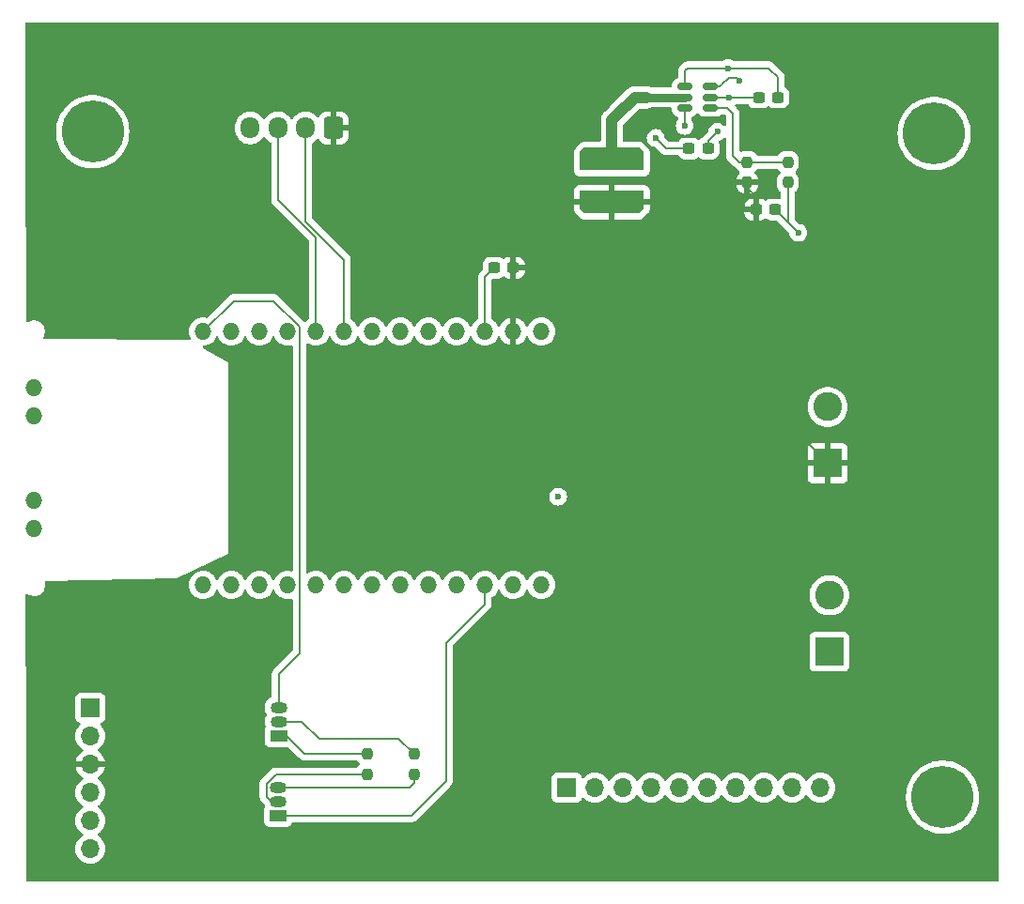
<source format=gbr>
%TF.GenerationSoftware,KiCad,Pcbnew,8.0.6*%
%TF.CreationDate,2025-02-09T15:22:33+01:00*%
%TF.ProjectId,BaseBoard,42617365-426f-4617-9264-2e6b69636164,rev?*%
%TF.SameCoordinates,Original*%
%TF.FileFunction,Copper,L1,Top*%
%TF.FilePolarity,Positive*%
%FSLAX46Y46*%
G04 Gerber Fmt 4.6, Leading zero omitted, Abs format (unit mm)*
G04 Created by KiCad (PCBNEW 8.0.6) date 2025-02-09 15:22:33*
%MOMM*%
%LPD*%
G01*
G04 APERTURE LIST*
G04 Aperture macros list*
%AMRoundRect*
0 Rectangle with rounded corners*
0 $1 Rounding radius*
0 $2 $3 $4 $5 $6 $7 $8 $9 X,Y pos of 4 corners*
0 Add a 4 corners polygon primitive as box body*
4,1,4,$2,$3,$4,$5,$6,$7,$8,$9,$2,$3,0*
0 Add four circle primitives for the rounded corners*
1,1,$1+$1,$2,$3*
1,1,$1+$1,$4,$5*
1,1,$1+$1,$6,$7*
1,1,$1+$1,$8,$9*
0 Add four rect primitives between the rounded corners*
20,1,$1+$1,$2,$3,$4,$5,0*
20,1,$1+$1,$4,$5,$6,$7,0*
20,1,$1+$1,$6,$7,$8,$9,0*
20,1,$1+$1,$8,$9,$2,$3,0*%
%AMOutline5P*
0 Free polygon, 5 corners , with rotation*
0 The origin of the aperture is its center*
0 number of corners: always 5*
0 $1 to $10 corner X, Y*
0 $11 Rotation angle, in degrees counterclockwise*
0 create outline with 5 corners*
4,1,5,$1,$2,$3,$4,$5,$6,$7,$8,$9,$10,$1,$2,$11*%
%AMOutline6P*
0 Free polygon, 6 corners , with rotation*
0 The origin of the aperture is its center*
0 number of corners: always 6*
0 $1 to $12 corner X, Y*
0 $13 Rotation angle, in degrees counterclockwise*
0 create outline with 6 corners*
4,1,6,$1,$2,$3,$4,$5,$6,$7,$8,$9,$10,$11,$12,$1,$2,$13*%
%AMOutline7P*
0 Free polygon, 7 corners , with rotation*
0 The origin of the aperture is its center*
0 number of corners: always 7*
0 $1 to $14 corner X, Y*
0 $15 Rotation angle, in degrees counterclockwise*
0 create outline with 7 corners*
4,1,7,$1,$2,$3,$4,$5,$6,$7,$8,$9,$10,$11,$12,$13,$14,$1,$2,$15*%
%AMOutline8P*
0 Free polygon, 8 corners , with rotation*
0 The origin of the aperture is its center*
0 number of corners: always 8*
0 $1 to $16 corner X, Y*
0 $17 Rotation angle, in degrees counterclockwise*
0 create outline with 8 corners*
4,1,8,$1,$2,$3,$4,$5,$6,$7,$8,$9,$10,$11,$12,$13,$14,$15,$16,$1,$2,$17*%
G04 Aperture macros list end*
%TA.AperFunction,ComponentPad*%
%ADD10RoundRect,0.250000X0.600000X0.725000X-0.600000X0.725000X-0.600000X-0.725000X0.600000X-0.725000X0*%
%TD*%
%TA.AperFunction,ComponentPad*%
%ADD11O,1.700000X1.950000*%
%TD*%
%TA.AperFunction,SMDPad,CuDef*%
%ADD12RoundRect,0.237500X-0.237500X0.250000X-0.237500X-0.250000X0.237500X-0.250000X0.237500X0.250000X0*%
%TD*%
%TA.AperFunction,SMDPad,CuDef*%
%ADD13RoundRect,0.237500X0.237500X-0.250000X0.237500X0.250000X-0.237500X0.250000X-0.237500X-0.250000X0*%
%TD*%
%TA.AperFunction,SMDPad,CuDef*%
%ADD14RoundRect,0.150000X-0.512500X-0.150000X0.512500X-0.150000X0.512500X0.150000X-0.512500X0.150000X0*%
%TD*%
%TA.AperFunction,ComponentPad*%
%ADD15C,5.600000*%
%TD*%
%TA.AperFunction,SMDPad,CuDef*%
%ADD16RoundRect,0.237500X-0.300000X-0.237500X0.300000X-0.237500X0.300000X0.237500X-0.300000X0.237500X0*%
%TD*%
%TA.AperFunction,ComponentPad*%
%ADD17R,1.500000X1.050000*%
%TD*%
%TA.AperFunction,ComponentPad*%
%ADD18O,1.500000X1.050000*%
%TD*%
%TA.AperFunction,SMDPad,CuDef*%
%ADD19RoundRect,0.237500X0.300000X0.237500X-0.300000X0.237500X-0.300000X-0.237500X0.300000X-0.237500X0*%
%TD*%
%TA.AperFunction,ComponentPad*%
%ADD20R,2.600000X2.600000*%
%TD*%
%TA.AperFunction,ComponentPad*%
%ADD21C,2.600000*%
%TD*%
%TA.AperFunction,ComponentPad*%
%ADD22R,1.700000X1.700000*%
%TD*%
%TA.AperFunction,ComponentPad*%
%ADD23O,1.700000X1.700000*%
%TD*%
%TA.AperFunction,SMDPad,CuDef*%
%ADD24Outline6P,-2.900000X0.630000X-2.480000X1.050000X2.480000X1.050000X2.900000X0.630000X2.900000X-1.050000X-2.900000X-1.050000X0.000000*%
%TD*%
%TA.AperFunction,SMDPad,CuDef*%
%ADD25Outline6P,-2.900000X0.630000X-2.480000X1.050000X2.480000X1.050000X2.900000X0.630000X2.900000X-1.050000X-2.900000X-1.050000X180.000000*%
%TD*%
%TA.AperFunction,ComponentPad*%
%ADD26O,1.524000X1.524000*%
%TD*%
%TA.AperFunction,ViaPad*%
%ADD27C,0.600000*%
%TD*%
%TA.AperFunction,Conductor*%
%ADD28C,1.000000*%
%TD*%
%TA.AperFunction,Conductor*%
%ADD29C,0.200000*%
%TD*%
%TA.AperFunction,Conductor*%
%ADD30C,0.750000*%
%TD*%
G04 APERTURE END LIST*
D10*
%TO.P,J3,1,Pin_1*%
%TO.N,+5V*%
X129550000Y-65050000D03*
D11*
%TO.P,J3,2,Pin_2*%
%TO.N,Net-(J3-Pin_2)*%
X127050000Y-65050000D03*
%TO.P,J3,3,Pin_3*%
%TO.N,Net-(J3-Pin_3)*%
X124550000Y-65050000D03*
%TO.P,J3,4,Pin_4*%
%TO.N,GND*%
X122050000Y-65050000D03*
%TD*%
D12*
%TO.P,R3,1*%
%TO.N,Net-(J2-Pin_2)*%
X132600000Y-121500000D03*
%TO.P,R3,2*%
%TO.N,Net-(Q2-B)*%
X132600000Y-123325000D03*
%TD*%
D13*
%TO.P,R4,1*%
%TO.N,Net-(J2-Pin_6)*%
X136800000Y-123362500D03*
%TO.P,R4,2*%
%TO.N,Net-(Q1-B)*%
X136800000Y-121537500D03*
%TD*%
D14*
%TO.P,U2,1,GND*%
%TO.N,GND*%
X161212500Y-61337500D03*
%TO.P,U2,2,SW*%
%TO.N,Net-(U2-SW)*%
X161212500Y-62287500D03*
%TO.P,U2,3,VIN*%
%TO.N,+24V*%
X161212500Y-63237500D03*
%TO.P,U2,4,FB*%
%TO.N,Net-(U2-FB)*%
X163487500Y-63237500D03*
%TO.P,U2,5,EN*%
%TO.N,+24V*%
X163487500Y-62287500D03*
%TO.P,U2,6,CB*%
%TO.N,Net-(U2-CB)*%
X163487500Y-61337500D03*
%TD*%
D15*
%TO.P,H3,1,1*%
%TO.N,GND*%
X184450000Y-125400000D03*
%TD*%
D16*
%TO.P,C2,1*%
%TO.N,+24V*%
X167887500Y-62300000D03*
%TO.P,C2,2*%
%TO.N,GND*%
X169612500Y-62300000D03*
%TD*%
D17*
%TO.P,Q1,1,E*%
%TO.N,Net-(J2-Pin_2)*%
X124610000Y-119870000D03*
D18*
%TO.P,Q1,2,B*%
%TO.N,Net-(Q1-B)*%
X124610000Y-118600000D03*
%TO.P,Q1,3,C*%
%TO.N,Net-(Q1-C)*%
X124610000Y-117330000D03*
%TD*%
D16*
%TO.P,C3,1*%
%TO.N,+5V*%
X167637500Y-72400000D03*
%TO.P,C3,2*%
%TO.N,GND*%
X169362500Y-72400000D03*
%TD*%
D19*
%TO.P,C1,1*%
%TO.N,Net-(U2-CB)*%
X163312500Y-66900000D03*
%TO.P,C1,2*%
%TO.N,Net-(U2-SW)*%
X161587500Y-66900000D03*
%TD*%
%TO.P,C4,1*%
%TO.N,+5V*%
X145762500Y-77650000D03*
%TO.P,C4,2*%
%TO.N,GND*%
X144037500Y-77650000D03*
%TD*%
D20*
%TO.P,J1,1,Pin_1*%
%TO.N,+24V*%
X174250000Y-112280000D03*
D21*
%TO.P,J1,2,Pin_2*%
%TO.N,GND*%
X174250000Y-107200000D03*
%TD*%
D15*
%TO.P,H1,1,1*%
%TO.N,GND*%
X107850000Y-65400000D03*
%TD*%
D22*
%TO.P,J4,1,Pin_1*%
%TO.N,Net-(J4-Pin_1)*%
X150580000Y-124550000D03*
D23*
%TO.P,J4,2,Pin_2*%
%TO.N,Net-(J4-Pin_2)*%
X153120000Y-124550000D03*
%TO.P,J4,3,Pin_3*%
%TO.N,Net-(J4-Pin_3)*%
X155660000Y-124550000D03*
%TO.P,J4,4,Pin_4*%
%TO.N,Net-(J4-Pin_4)*%
X158200000Y-124550000D03*
%TO.P,J4,5,Pin_5*%
%TO.N,Net-(J4-Pin_5)*%
X160740000Y-124550000D03*
%TO.P,J4,6,Pin_6*%
%TO.N,Net-(J4-Pin_6)*%
X163280000Y-124550000D03*
%TO.P,J4,7,Pin_7*%
%TO.N,Net-(J4-Pin_7)*%
X165820000Y-124550000D03*
%TO.P,J4,8,Pin_8*%
%TO.N,Net-(J4-Pin_8)*%
X168360000Y-124550000D03*
%TO.P,J4,9,Pin_9*%
%TO.N,Net-(J4-Pin_9)*%
X170900000Y-124550000D03*
%TO.P,J4,10,Pin_10*%
%TO.N,Net-(J4-Pin_10)*%
X173440000Y-124550000D03*
%TD*%
D20*
%TO.P,J5,1,Pin_1*%
%TO.N,+5V*%
X174100000Y-95280000D03*
D21*
%TO.P,J5,2,Pin_2*%
%TO.N,GND*%
X174100000Y-90200000D03*
%TD*%
D24*
%TO.P,L1,1,1*%
%TO.N,Net-(U2-SW)*%
X154650000Y-67850000D03*
D25*
%TO.P,L1,2,2*%
%TO.N,+5V*%
X154650000Y-71750000D03*
%TD*%
D17*
%TO.P,Q2,1,E*%
%TO.N,Net-(Q2-E)*%
X124560000Y-127070000D03*
D18*
%TO.P,Q2,2,B*%
%TO.N,Net-(Q2-B)*%
X124560000Y-125800000D03*
%TO.P,Q2,3,C*%
%TO.N,Net-(J2-Pin_6)*%
X124560000Y-124530000D03*
%TD*%
D12*
%TO.P,R2,1*%
%TO.N,Net-(U2-FB)*%
X170500000Y-68137500D03*
%TO.P,R2,2*%
%TO.N,GND*%
X170500000Y-69962500D03*
%TD*%
D15*
%TO.P,H2,1,1*%
%TO.N,GND*%
X183700000Y-65550000D03*
%TD*%
D22*
%TO.P,J2,1,Pin_1*%
%TO.N,GND*%
X107650000Y-117360000D03*
D23*
%TO.P,J2,2,Pin_2*%
%TO.N,Net-(J2-Pin_2)*%
X107650000Y-119900000D03*
%TO.P,J2,3,Pin_3*%
%TO.N,+5V*%
X107650000Y-122440000D03*
%TO.P,J2,4,Pin_4*%
%TO.N,Net-(J2-Pin_4)*%
X107650000Y-124980000D03*
%TO.P,J2,5,Pin_5*%
%TO.N,Net-(J2-Pin_5)*%
X107650000Y-127520000D03*
%TO.P,J2,6,Pin_6*%
%TO.N,Net-(J2-Pin_6)*%
X107650000Y-130060000D03*
%TD*%
D13*
%TO.P,R1,1*%
%TO.N,+5V*%
X166850000Y-69962500D03*
%TO.P,R1,2*%
%TO.N,Net-(U2-FB)*%
X166850000Y-68137500D03*
%TD*%
D26*
%TO.P,U1,1,CLK_EN*%
%TO.N,Net-(Q1-C)*%
X117800000Y-83400000D03*
%TO.P,U1,2,GND*%
%TO.N,GND*%
X120340000Y-83400000D03*
%TO.P,U1,3,3.3V*%
%TO.N,+3.3V*%
X122880000Y-83400000D03*
%TO.P,U1,4,ESP32_EN*%
%TO.N,Net-(J4-Pin_2)*%
X125420000Y-83400000D03*
%TO.P,U1,5,IO32/ADC1_CH4/TCH9*%
%TO.N,Net-(J3-Pin_3)*%
X127960000Y-83400000D03*
%TO.P,U1,6,IO33/ADC1_CH5/TCH8*%
%TO.N,Net-(J3-Pin_2)*%
X130500000Y-83400000D03*
%TO.P,U1,7,IO5/BOOT_FLOAT*%
%TO.N,Net-(J4-Pin_1)*%
X133040000Y-83400000D03*
%TO.P,U1,8,IO17/UART2_TX*%
%TO.N,unconnected-(U1-IO17{slash}UART2_TX-Pad8)*%
X135580000Y-83400000D03*
%TO.P,U1,9,GND*%
%TO.N,GND*%
X138120000Y-83400000D03*
%TO.P,U1,10,3.3V*%
%TO.N,+3V3*%
X140660000Y-83400000D03*
%TO.P,U1,11,GND*%
%TO.N,GND*%
X143200000Y-83400000D03*
%TO.P,U1,12,5V*%
%TO.N,+5V*%
X145740000Y-83400000D03*
%TO.P,U1,13,LINK_LED*%
%TO.N,unconnected-(U1-LINK_LED-Pad13)*%
X148280000Y-83400000D03*
%TO.P,U1,14,GND*%
%TO.N,GND*%
X117800000Y-106260000D03*
%TO.P,U1,15,IO2/ADC2_CH2/TCH2/PRG_FLOAT_OR_GND*%
%TO.N,Net-(J4-Pin_3)*%
X120340000Y-106260000D03*
%TO.P,U1,16,IO4/ADC2_CH0/TCH0*%
%TO.N,Net-(J4-Pin_4)*%
X122880000Y-106260000D03*
%TO.P,U1,17,IO35/ADC1_CH7/INPUT_ONLY*%
%TO.N,Net-(J4-Pin_5)*%
X125420000Y-106260000D03*
%TO.P,U1,18,IO12/ADC2_CH5/TCH5/BOOT_FLOAT_OR_LOW*%
%TO.N,Net-(J4-Pin_6)*%
X127960000Y-106260000D03*
%TO.P,U1,19,IO14/ADC2_CH6/TCH6*%
%TO.N,Net-(J4-Pin_7)*%
X130500000Y-106260000D03*
%TO.P,U1,20,IO15/ADC2_CH3/TCH3*%
%TO.N,Net-(J4-Pin_8)*%
X133040000Y-106260000D03*
%TO.P,U1,21,IO36/ADC1_CH0/INPUT_ONLY*%
%TO.N,Net-(J4-Pin_9)*%
X135580000Y-106260000D03*
%TO.P,U1,22,IO39/ADC1_CH3/INPUT_ONLY*%
%TO.N,Net-(J4-Pin_10)*%
X138120000Y-106260000D03*
%TO.P,U1,23,GND*%
%TO.N,GND*%
X140660000Y-106260000D03*
%TO.P,U1,24,IO0/PRG_LOW/ETH_CLK*%
%TO.N,Net-(Q2-E)*%
X143200000Y-106260000D03*
%TO.P,U1,25,IO3/PRG_RX*%
%TO.N,Net-(J2-Pin_4)*%
X145740000Y-106260000D03*
%TO.P,U1,26,IO1/PRG_TX*%
%TO.N,Net-(J2-Pin_5)*%
X148280000Y-106260000D03*
%TO.P,U1,27*%
%TO.N,N/C*%
X102560000Y-88480000D03*
%TO.P,U1,28*%
X102560000Y-91020000D03*
%TO.P,U1,29*%
X102560000Y-98640000D03*
%TO.P,U1,30*%
X102560000Y-101180000D03*
%TD*%
D27*
%TO.N,Net-(U2-SW)*%
X155075000Y-63925000D03*
X154650000Y-65050000D03*
X154650000Y-66000000D03*
X158600000Y-65950000D03*
X158650000Y-62287500D03*
X157712500Y-62287500D03*
%TO.N,Net-(U2-CB)*%
X166150000Y-60800000D03*
X164150000Y-65400000D03*
%TO.N,GND*%
X165150000Y-59650000D03*
%TO.N,+24V*%
X165187500Y-62287500D03*
X161212500Y-64862500D03*
%TO.N,GND*%
X171450000Y-74500000D03*
%TO.N,Net-(J4-Pin_2)*%
X149800000Y-98300000D03*
%TD*%
D28*
%TO.N,Net-(U2-SW)*%
X155075000Y-63925000D02*
X156712500Y-62287500D01*
X154650000Y-65050000D02*
X154650000Y-64350000D01*
X154650000Y-66000000D02*
X154650000Y-65050000D01*
X156712500Y-62287500D02*
X157712500Y-62287500D01*
X154650000Y-67850000D02*
X154650000Y-66000000D01*
X154650000Y-64350000D02*
X155075000Y-63925000D01*
D29*
X158600000Y-65950000D02*
X159550000Y-66900000D01*
D30*
X158650000Y-62287500D02*
X157712500Y-62287500D01*
X159800000Y-62287500D02*
X158650000Y-62287500D01*
X161212500Y-62287500D02*
X159800000Y-62287500D01*
D29*
X159550000Y-66900000D02*
X161587500Y-66900000D01*
X158550000Y-65900000D02*
X158600000Y-65950000D01*
%TO.N,Net-(Q1-C)*%
X124171895Y-80650000D02*
X120550000Y-80650000D01*
X126482000Y-112418000D02*
X126482000Y-82960105D01*
X124610000Y-114290000D02*
X126482000Y-112418000D01*
X124610000Y-117330000D02*
X124610000Y-114290000D01*
X126482000Y-82960105D02*
X124171895Y-80650000D01*
X120550000Y-80650000D02*
X117800000Y-83400000D01*
%TO.N,Net-(U2-CB)*%
X165850000Y-60500000D02*
X166150000Y-60800000D01*
X165650000Y-60500000D02*
X165850000Y-60500000D01*
X165200000Y-60500000D02*
X165650000Y-60500000D01*
X164550000Y-61150000D02*
X165200000Y-60500000D01*
X164362500Y-61337500D02*
X164550000Y-61150000D01*
X163487500Y-61337500D02*
X164362500Y-61337500D01*
X163312500Y-66237500D02*
X164150000Y-65400000D01*
X163312500Y-66900000D02*
X163312500Y-66237500D01*
%TO.N,GND*%
X143200000Y-78487500D02*
X144037500Y-77650000D01*
X143200000Y-83400000D02*
X143200000Y-78487500D01*
%TO.N,+5V*%
X159500000Y-71750000D02*
X159000000Y-71750000D01*
X169450000Y-81700000D02*
X159500000Y-71750000D01*
X169450000Y-90630000D02*
X169450000Y-81700000D01*
X159000000Y-71750000D02*
X154650000Y-71750000D01*
X174100000Y-95280000D02*
X169450000Y-90630000D01*
X160000000Y-71750000D02*
X159000000Y-71750000D01*
%TO.N,GND*%
X165150000Y-59650000D02*
X168800000Y-59650000D01*
X161450000Y-59650000D02*
X165150000Y-59650000D01*
X169612500Y-60462500D02*
X169612500Y-62300000D01*
X161212500Y-59887500D02*
X161450000Y-59650000D01*
X168800000Y-59650000D02*
X169612500Y-60462500D01*
X161212500Y-61337500D02*
X161212500Y-59887500D01*
%TO.N,+5V*%
X150350000Y-71750000D02*
X148712500Y-70112500D01*
X154650000Y-71750000D02*
X150350000Y-71750000D01*
X148712500Y-70112500D02*
X145762500Y-70112500D01*
%TO.N,Net-(U2-SW)*%
X155600000Y-66900000D02*
X154650000Y-67850000D01*
%TO.N,+24V*%
X165300000Y-62300000D02*
X167887500Y-62300000D01*
X165287500Y-62287500D02*
X165300000Y-62300000D01*
X165187500Y-62287500D02*
X165287500Y-62287500D01*
X163487500Y-62287500D02*
X165187500Y-62287500D01*
X161212500Y-63237500D02*
X161212500Y-64862500D01*
%TO.N,Net-(U2-FB)*%
X166137500Y-68137500D02*
X166850000Y-68137500D01*
X165037500Y-63237500D02*
X165550000Y-63750000D01*
X165550000Y-63750000D02*
X165550000Y-67550000D01*
X163487500Y-63237500D02*
X165037500Y-63237500D01*
X165550000Y-67550000D02*
X166137500Y-68137500D01*
X170500000Y-68137500D02*
X166850000Y-68137500D01*
%TO.N,+5V*%
X164037500Y-69862500D02*
X166850000Y-69862500D01*
X154650000Y-71750000D02*
X162150000Y-71750000D01*
X162150000Y-71750000D02*
X164037500Y-69862500D01*
X166850000Y-70450000D02*
X167637500Y-71237500D01*
X167637500Y-71237500D02*
X167637500Y-72400000D01*
X166850000Y-69862500D02*
X166850000Y-70450000D01*
%TO.N,GND*%
X170500000Y-69962500D02*
X170500000Y-73550000D01*
X171125000Y-74175000D02*
X169362500Y-72412500D01*
X171450000Y-74500000D02*
X171125000Y-74175000D01*
X170500000Y-73550000D02*
X171125000Y-74175000D01*
X169362500Y-72412500D02*
X169362500Y-72400000D01*
%TO.N,+5V*%
X140700000Y-65050000D02*
X129550000Y-65050000D01*
X145762500Y-70112500D02*
X140700000Y-65050000D01*
X145762500Y-77650000D02*
X145762500Y-70112500D01*
X145740000Y-77672500D02*
X145762500Y-77650000D01*
X145740000Y-83400000D02*
X145740000Y-77672500D01*
%TO.N,Net-(J2-Pin_2)*%
X126950000Y-121500000D02*
X132600000Y-121500000D01*
X124610000Y-119870000D02*
X125320000Y-119870000D01*
X125320000Y-119870000D02*
X126950000Y-121500000D01*
%TO.N,Net-(J2-Pin_6)*%
X136420000Y-124530000D02*
X136800000Y-124150000D01*
X136800000Y-124150000D02*
X136800000Y-123362500D01*
X124560000Y-124530000D02*
X136420000Y-124530000D01*
%TO.N,Net-(J3-Pin_2)*%
X127050000Y-65050000D02*
X127050000Y-73484314D01*
X130500000Y-76934314D02*
X130500000Y-83400000D01*
X127050000Y-73484314D02*
X130500000Y-76934314D01*
%TO.N,Net-(J3-Pin_3)*%
X127960000Y-74960000D02*
X127960000Y-83400000D01*
X124550000Y-71550000D02*
X127960000Y-74960000D01*
X124550000Y-65050000D02*
X124550000Y-71550000D01*
%TO.N,Net-(Q1-B)*%
X135412500Y-120150000D02*
X136800000Y-121537500D01*
X124610000Y-118600000D02*
X126700000Y-118600000D01*
X128250000Y-120150000D02*
X135412500Y-120150000D01*
X126700000Y-118600000D02*
X128250000Y-120150000D01*
%TO.N,Net-(Q2-B)*%
X123950000Y-125800000D02*
X124560000Y-125800000D01*
X123510000Y-125360000D02*
X123950000Y-125800000D01*
X124373274Y-123325000D02*
X123510000Y-124188274D01*
X132600000Y-123325000D02*
X124373274Y-123325000D01*
X123510000Y-124188274D02*
X123510000Y-125360000D01*
%TO.N,Net-(Q2-E)*%
X136580000Y-127070000D02*
X139700000Y-123950000D01*
X139700000Y-111500000D02*
X143200000Y-108000000D01*
X124560000Y-127070000D02*
X136580000Y-127070000D01*
X143200000Y-108000000D02*
X143200000Y-106260000D01*
X139700000Y-123950000D02*
X139700000Y-111500000D01*
%TD*%
%TA.AperFunction,Conductor*%
%TO.N,+5V*%
G36*
X189442539Y-55520185D02*
G01*
X189488294Y-55572989D01*
X189499500Y-55624500D01*
X189499500Y-132875500D01*
X189479815Y-132942539D01*
X189427011Y-132988294D01*
X189375500Y-132999500D01*
X102023174Y-132999500D01*
X101956135Y-132979815D01*
X101910380Y-132927011D01*
X101899175Y-132875957D01*
X101879111Y-127428507D01*
X101851381Y-119899999D01*
X106294341Y-119899999D01*
X106294341Y-119900000D01*
X106314936Y-120135403D01*
X106314938Y-120135413D01*
X106376094Y-120363655D01*
X106376096Y-120363659D01*
X106376097Y-120363663D01*
X106467569Y-120559825D01*
X106475965Y-120577830D01*
X106475967Y-120577834D01*
X106564772Y-120704660D01*
X106604062Y-120760772D01*
X106611501Y-120771395D01*
X106611506Y-120771402D01*
X106778597Y-120938493D01*
X106778603Y-120938498D01*
X106964594Y-121068730D01*
X107008219Y-121123307D01*
X107015413Y-121192805D01*
X106983890Y-121255160D01*
X106964595Y-121271880D01*
X106778922Y-121401890D01*
X106778920Y-121401891D01*
X106611891Y-121568920D01*
X106611886Y-121568926D01*
X106476400Y-121762420D01*
X106476399Y-121762422D01*
X106376570Y-121976507D01*
X106376567Y-121976513D01*
X106319364Y-122189999D01*
X106319364Y-122190000D01*
X107216988Y-122190000D01*
X107184075Y-122247007D01*
X107150000Y-122374174D01*
X107150000Y-122505826D01*
X107184075Y-122632993D01*
X107216988Y-122690000D01*
X106319364Y-122690000D01*
X106376567Y-122903486D01*
X106376570Y-122903492D01*
X106476399Y-123117578D01*
X106611894Y-123311082D01*
X106778917Y-123478105D01*
X106964595Y-123608119D01*
X107008219Y-123662696D01*
X107015412Y-123732195D01*
X106983890Y-123794549D01*
X106964595Y-123811269D01*
X106778594Y-123941508D01*
X106611505Y-124108597D01*
X106475965Y-124302169D01*
X106475964Y-124302171D01*
X106376098Y-124516335D01*
X106376094Y-124516344D01*
X106314938Y-124744586D01*
X106314936Y-124744596D01*
X106294341Y-124979999D01*
X106294341Y-124980000D01*
X106314936Y-125215403D01*
X106314938Y-125215413D01*
X106376094Y-125443655D01*
X106376096Y-125443659D01*
X106376097Y-125443663D01*
X106443635Y-125588498D01*
X106475965Y-125657830D01*
X106475967Y-125657834D01*
X106611501Y-125851395D01*
X106611506Y-125851402D01*
X106778597Y-126018493D01*
X106778603Y-126018498D01*
X106964158Y-126148425D01*
X107007783Y-126203002D01*
X107014977Y-126272500D01*
X106983454Y-126334855D01*
X106964158Y-126351575D01*
X106778597Y-126481505D01*
X106611505Y-126648597D01*
X106475965Y-126842169D01*
X106475964Y-126842171D01*
X106376098Y-127056335D01*
X106376094Y-127056344D01*
X106314938Y-127284586D01*
X106314936Y-127284596D01*
X106294341Y-127519999D01*
X106294341Y-127520000D01*
X106314936Y-127755403D01*
X106314938Y-127755413D01*
X106376094Y-127983655D01*
X106376096Y-127983659D01*
X106376097Y-127983663D01*
X106425259Y-128089091D01*
X106475965Y-128197830D01*
X106475967Y-128197834D01*
X106611501Y-128391395D01*
X106611506Y-128391402D01*
X106778597Y-128558493D01*
X106778603Y-128558498D01*
X106964158Y-128688425D01*
X107007783Y-128743002D01*
X107014977Y-128812500D01*
X106983454Y-128874855D01*
X106964158Y-128891575D01*
X106778597Y-129021505D01*
X106611505Y-129188597D01*
X106475965Y-129382169D01*
X106475964Y-129382171D01*
X106376098Y-129596335D01*
X106376094Y-129596344D01*
X106314938Y-129824586D01*
X106314936Y-129824596D01*
X106294341Y-130059999D01*
X106294341Y-130060000D01*
X106314936Y-130295403D01*
X106314938Y-130295413D01*
X106376094Y-130523655D01*
X106376096Y-130523659D01*
X106376097Y-130523663D01*
X106475965Y-130737830D01*
X106475967Y-130737834D01*
X106584281Y-130892521D01*
X106611505Y-130931401D01*
X106778599Y-131098495D01*
X106875384Y-131166265D01*
X106972165Y-131234032D01*
X106972167Y-131234033D01*
X106972170Y-131234035D01*
X107186337Y-131333903D01*
X107414592Y-131395063D01*
X107602918Y-131411539D01*
X107649999Y-131415659D01*
X107650000Y-131415659D01*
X107650001Y-131415659D01*
X107689234Y-131412226D01*
X107885408Y-131395063D01*
X108113663Y-131333903D01*
X108327830Y-131234035D01*
X108521401Y-131098495D01*
X108688495Y-130931401D01*
X108824035Y-130737830D01*
X108923903Y-130523663D01*
X108985063Y-130295408D01*
X109005659Y-130060000D01*
X108985063Y-129824592D01*
X108923903Y-129596337D01*
X108824035Y-129382171D01*
X108688495Y-129188599D01*
X108688494Y-129188597D01*
X108521402Y-129021506D01*
X108521396Y-129021501D01*
X108335842Y-128891575D01*
X108292217Y-128836998D01*
X108285023Y-128767500D01*
X108316546Y-128705145D01*
X108335842Y-128688425D01*
X108483736Y-128584868D01*
X108521401Y-128558495D01*
X108688495Y-128391401D01*
X108824035Y-128197830D01*
X108923903Y-127983663D01*
X108985063Y-127755408D01*
X109005659Y-127520000D01*
X108985063Y-127284592D01*
X108923903Y-127056337D01*
X108824035Y-126842171D01*
X108786021Y-126787880D01*
X108688494Y-126648597D01*
X108521402Y-126481506D01*
X108521396Y-126481501D01*
X108335842Y-126351575D01*
X108292217Y-126296998D01*
X108285023Y-126227500D01*
X108316546Y-126165145D01*
X108335842Y-126148425D01*
X108358026Y-126132891D01*
X108521401Y-126018495D01*
X108688495Y-125851401D01*
X108824035Y-125657830D01*
X108923903Y-125443663D01*
X108985063Y-125215408D01*
X109005659Y-124980000D01*
X108985063Y-124744592D01*
X108924541Y-124518717D01*
X108923905Y-124516344D01*
X108923904Y-124516343D01*
X108923903Y-124516337D01*
X108824035Y-124302171D01*
X108806644Y-124277333D01*
X108688494Y-124108597D01*
X108521402Y-123941506D01*
X108521401Y-123941505D01*
X108335405Y-123811269D01*
X108291781Y-123756692D01*
X108284588Y-123687193D01*
X108316110Y-123624839D01*
X108335405Y-123608119D01*
X108521082Y-123478105D01*
X108688105Y-123311082D01*
X108823600Y-123117578D01*
X108923429Y-122903492D01*
X108923432Y-122903486D01*
X108980636Y-122690000D01*
X108083012Y-122690000D01*
X108115925Y-122632993D01*
X108150000Y-122505826D01*
X108150000Y-122374174D01*
X108115925Y-122247007D01*
X108083012Y-122190000D01*
X108980636Y-122190000D01*
X108980635Y-122189999D01*
X108923432Y-121976513D01*
X108923429Y-121976507D01*
X108823600Y-121762422D01*
X108823599Y-121762420D01*
X108688113Y-121568926D01*
X108688108Y-121568920D01*
X108521078Y-121401890D01*
X108335405Y-121271879D01*
X108291780Y-121217302D01*
X108284588Y-121147804D01*
X108316110Y-121085449D01*
X108335406Y-121068730D01*
X108521401Y-120938495D01*
X108688495Y-120771401D01*
X108824035Y-120577830D01*
X108923903Y-120363663D01*
X108985063Y-120135408D01*
X109005659Y-119900000D01*
X108985063Y-119664592D01*
X108923903Y-119436337D01*
X108824035Y-119222171D01*
X108822644Y-119220185D01*
X108688496Y-119028600D01*
X108639696Y-118979800D01*
X108566567Y-118906671D01*
X108533084Y-118845351D01*
X108538068Y-118775659D01*
X108579939Y-118719725D01*
X108610915Y-118702810D01*
X108742331Y-118653796D01*
X108857546Y-118567546D01*
X108943796Y-118452331D01*
X108994091Y-118317483D01*
X109000500Y-118257873D01*
X109000499Y-116462128D01*
X108994091Y-116402517D01*
X108943796Y-116267669D01*
X108943795Y-116267668D01*
X108943793Y-116267664D01*
X108857547Y-116152455D01*
X108857544Y-116152452D01*
X108742335Y-116066206D01*
X108742328Y-116066202D01*
X108607482Y-116015908D01*
X108607483Y-116015908D01*
X108547883Y-116009501D01*
X108547881Y-116009500D01*
X108547873Y-116009500D01*
X108547864Y-116009500D01*
X106752129Y-116009500D01*
X106752123Y-116009501D01*
X106692516Y-116015908D01*
X106557671Y-116066202D01*
X106557664Y-116066206D01*
X106442455Y-116152452D01*
X106442452Y-116152455D01*
X106356206Y-116267664D01*
X106356202Y-116267671D01*
X106305908Y-116402517D01*
X106303898Y-116421217D01*
X106299501Y-116462123D01*
X106299500Y-116462135D01*
X106299500Y-118257870D01*
X106299501Y-118257876D01*
X106305908Y-118317483D01*
X106356202Y-118452328D01*
X106356206Y-118452335D01*
X106442452Y-118567544D01*
X106442455Y-118567547D01*
X106557664Y-118653793D01*
X106557671Y-118653797D01*
X106689081Y-118702810D01*
X106745015Y-118744681D01*
X106769432Y-118810145D01*
X106754580Y-118878418D01*
X106733430Y-118906673D01*
X106611503Y-119028600D01*
X106475965Y-119222169D01*
X106475964Y-119222171D01*
X106376098Y-119436335D01*
X106376094Y-119436344D01*
X106314938Y-119664586D01*
X106314936Y-119664596D01*
X106294341Y-119899999D01*
X101851381Y-119899999D01*
X101804570Y-107190970D01*
X101824007Y-107123861D01*
X101876642Y-107077912D01*
X101945764Y-107067714D01*
X101997460Y-107087414D01*
X102086079Y-107146628D01*
X102086092Y-107146635D01*
X102214938Y-107200004D01*
X102268165Y-107222051D01*
X102268169Y-107222051D01*
X102268170Y-107222052D01*
X102461456Y-107260500D01*
X102461459Y-107260500D01*
X102658543Y-107260500D01*
X102788582Y-107234632D01*
X102851835Y-107222051D01*
X103033914Y-107146632D01*
X103197782Y-107037139D01*
X103337139Y-106897782D01*
X103446632Y-106733914D01*
X103522051Y-106551835D01*
X103548951Y-106416602D01*
X103560500Y-106358543D01*
X103560500Y-106161456D01*
X103541108Y-106063971D01*
X103547335Y-105994380D01*
X103590197Y-105939202D01*
X103656087Y-105915957D01*
X103660410Y-105915801D01*
X115400000Y-105700000D01*
X120050000Y-103450000D01*
X120050000Y-86200000D01*
X120050000Y-86199999D01*
X117824723Y-84891013D01*
X117776919Y-84840056D01*
X117764254Y-84771343D01*
X117790748Y-84706692D01*
X117847990Y-84666627D01*
X117876783Y-84660605D01*
X118020068Y-84648070D01*
X118233450Y-84590894D01*
X118433662Y-84497534D01*
X118614620Y-84370826D01*
X118770826Y-84214620D01*
X118897534Y-84033662D01*
X118957618Y-83904811D01*
X119003790Y-83852371D01*
X119070983Y-83833219D01*
X119137865Y-83853435D01*
X119182382Y-83904811D01*
X119242464Y-84033658D01*
X119242468Y-84033666D01*
X119369170Y-84214615D01*
X119369175Y-84214621D01*
X119525378Y-84370824D01*
X119525384Y-84370829D01*
X119706333Y-84497531D01*
X119706335Y-84497532D01*
X119706338Y-84497534D01*
X119906550Y-84590894D01*
X120119932Y-84648070D01*
X120277123Y-84661822D01*
X120339998Y-84667323D01*
X120340000Y-84667323D01*
X120340002Y-84667323D01*
X120395017Y-84662509D01*
X120560068Y-84648070D01*
X120773450Y-84590894D01*
X120973662Y-84497534D01*
X121154620Y-84370826D01*
X121310826Y-84214620D01*
X121437534Y-84033662D01*
X121497618Y-83904811D01*
X121543790Y-83852371D01*
X121610983Y-83833219D01*
X121677865Y-83853435D01*
X121722382Y-83904811D01*
X121782464Y-84033658D01*
X121782468Y-84033666D01*
X121909170Y-84214615D01*
X121909175Y-84214621D01*
X122065378Y-84370824D01*
X122065384Y-84370829D01*
X122246333Y-84497531D01*
X122246335Y-84497532D01*
X122246338Y-84497534D01*
X122446550Y-84590894D01*
X122659932Y-84648070D01*
X122817123Y-84661822D01*
X122879998Y-84667323D01*
X122880000Y-84667323D01*
X122880002Y-84667323D01*
X122935017Y-84662509D01*
X123100068Y-84648070D01*
X123313450Y-84590894D01*
X123513662Y-84497534D01*
X123694620Y-84370826D01*
X123850826Y-84214620D01*
X123977534Y-84033662D01*
X124037618Y-83904811D01*
X124083790Y-83852371D01*
X124150983Y-83833219D01*
X124217865Y-83853435D01*
X124262382Y-83904811D01*
X124322464Y-84033658D01*
X124322468Y-84033666D01*
X124449170Y-84214615D01*
X124449175Y-84214621D01*
X124605378Y-84370824D01*
X124605384Y-84370829D01*
X124786333Y-84497531D01*
X124786335Y-84497532D01*
X124786338Y-84497534D01*
X124986550Y-84590894D01*
X125199932Y-84648070D01*
X125357123Y-84661822D01*
X125419998Y-84667323D01*
X125420000Y-84667323D01*
X125420002Y-84667323D01*
X125475017Y-84662509D01*
X125640068Y-84648070D01*
X125725407Y-84625203D01*
X125795255Y-84626864D01*
X125853118Y-84666026D01*
X125880623Y-84730254D01*
X125881500Y-84744977D01*
X125881500Y-104915021D01*
X125861815Y-104982060D01*
X125809011Y-105027815D01*
X125739853Y-105037759D01*
X125725407Y-105034796D01*
X125640073Y-105011931D01*
X125640069Y-105011930D01*
X125640068Y-105011930D01*
X125640067Y-105011929D01*
X125640062Y-105011929D01*
X125420002Y-104992677D01*
X125419998Y-104992677D01*
X125199937Y-105011929D01*
X125199929Y-105011930D01*
X124986554Y-105069104D01*
X124986548Y-105069107D01*
X124786340Y-105162465D01*
X124786338Y-105162466D01*
X124605377Y-105289175D01*
X124449175Y-105445377D01*
X124322466Y-105626338D01*
X124322465Y-105626340D01*
X124262382Y-105755189D01*
X124216209Y-105807628D01*
X124149016Y-105826780D01*
X124082135Y-105806564D01*
X124037618Y-105755189D01*
X124011883Y-105700000D01*
X123977534Y-105626339D01*
X123850826Y-105445380D01*
X123694620Y-105289174D01*
X123694616Y-105289171D01*
X123694615Y-105289170D01*
X123513666Y-105162468D01*
X123513662Y-105162466D01*
X123368984Y-105095002D01*
X123313450Y-105069106D01*
X123313447Y-105069105D01*
X123313445Y-105069104D01*
X123100070Y-105011930D01*
X123100062Y-105011929D01*
X122880002Y-104992677D01*
X122879998Y-104992677D01*
X122659937Y-105011929D01*
X122659929Y-105011930D01*
X122446554Y-105069104D01*
X122446548Y-105069107D01*
X122246340Y-105162465D01*
X122246338Y-105162466D01*
X122065377Y-105289175D01*
X121909175Y-105445377D01*
X121782466Y-105626338D01*
X121782465Y-105626340D01*
X121722382Y-105755189D01*
X121676209Y-105807628D01*
X121609016Y-105826780D01*
X121542135Y-105806564D01*
X121497618Y-105755189D01*
X121471883Y-105700000D01*
X121437534Y-105626339D01*
X121310826Y-105445380D01*
X121154620Y-105289174D01*
X121154616Y-105289171D01*
X121154615Y-105289170D01*
X120973666Y-105162468D01*
X120973662Y-105162466D01*
X120828984Y-105095002D01*
X120773450Y-105069106D01*
X120773447Y-105069105D01*
X120773445Y-105069104D01*
X120560070Y-105011930D01*
X120560062Y-105011929D01*
X120340002Y-104992677D01*
X120339998Y-104992677D01*
X120119937Y-105011929D01*
X120119929Y-105011930D01*
X119906554Y-105069104D01*
X119906548Y-105069107D01*
X119706340Y-105162465D01*
X119706338Y-105162466D01*
X119525377Y-105289175D01*
X119369175Y-105445377D01*
X119242466Y-105626338D01*
X119242465Y-105626340D01*
X119182382Y-105755189D01*
X119136209Y-105807628D01*
X119069016Y-105826780D01*
X119002135Y-105806564D01*
X118957618Y-105755189D01*
X118931883Y-105700000D01*
X118897534Y-105626339D01*
X118770826Y-105445380D01*
X118614620Y-105289174D01*
X118614616Y-105289171D01*
X118614615Y-105289170D01*
X118433666Y-105162468D01*
X118433662Y-105162466D01*
X118288984Y-105095002D01*
X118233450Y-105069106D01*
X118233447Y-105069105D01*
X118233445Y-105069104D01*
X118020070Y-105011930D01*
X118020062Y-105011929D01*
X117800002Y-104992677D01*
X117799998Y-104992677D01*
X117579937Y-105011929D01*
X117579929Y-105011930D01*
X117366554Y-105069104D01*
X117366548Y-105069107D01*
X117166340Y-105162465D01*
X117166338Y-105162466D01*
X116985377Y-105289175D01*
X116829175Y-105445377D01*
X116702466Y-105626338D01*
X116702465Y-105626340D01*
X116609107Y-105826548D01*
X116609104Y-105826554D01*
X116551930Y-106039929D01*
X116551929Y-106039937D01*
X116532677Y-106259997D01*
X116532677Y-106260002D01*
X116551929Y-106480062D01*
X116551930Y-106480070D01*
X116609104Y-106693445D01*
X116609105Y-106693447D01*
X116609106Y-106693450D01*
X116642382Y-106764811D01*
X116702466Y-106893662D01*
X116702468Y-106893666D01*
X116829170Y-107074615D01*
X116829175Y-107074621D01*
X116985378Y-107230824D01*
X116985384Y-107230829D01*
X117166333Y-107357531D01*
X117166335Y-107357532D01*
X117166338Y-107357534D01*
X117366550Y-107450894D01*
X117579932Y-107508070D01*
X117737123Y-107521822D01*
X117799998Y-107527323D01*
X117800000Y-107527323D01*
X117800002Y-107527323D01*
X117855017Y-107522509D01*
X118020068Y-107508070D01*
X118233450Y-107450894D01*
X118433662Y-107357534D01*
X118614620Y-107230826D01*
X118770826Y-107074620D01*
X118897534Y-106893662D01*
X118957618Y-106764811D01*
X119003790Y-106712371D01*
X119070983Y-106693219D01*
X119137865Y-106713435D01*
X119182382Y-106764811D01*
X119242464Y-106893658D01*
X119242468Y-106893666D01*
X119369170Y-107074615D01*
X119369175Y-107074621D01*
X119525378Y-107230824D01*
X119525384Y-107230829D01*
X119706333Y-107357531D01*
X119706335Y-107357532D01*
X119706338Y-107357534D01*
X119906550Y-107450894D01*
X120119932Y-107508070D01*
X120277123Y-107521822D01*
X120339998Y-107527323D01*
X120340000Y-107527323D01*
X120340002Y-107527323D01*
X120395017Y-107522509D01*
X120560068Y-107508070D01*
X120773450Y-107450894D01*
X120973662Y-107357534D01*
X121154620Y-107230826D01*
X121310826Y-107074620D01*
X121437534Y-106893662D01*
X121497618Y-106764811D01*
X121543790Y-106712371D01*
X121610983Y-106693219D01*
X121677865Y-106713435D01*
X121722382Y-106764811D01*
X121782464Y-106893658D01*
X121782468Y-106893666D01*
X121909170Y-107074615D01*
X121909175Y-107074621D01*
X122065378Y-107230824D01*
X122065384Y-107230829D01*
X122246333Y-107357531D01*
X122246335Y-107357532D01*
X122246338Y-107357534D01*
X122446550Y-107450894D01*
X122659932Y-107508070D01*
X122817123Y-107521822D01*
X122879998Y-107527323D01*
X122880000Y-107527323D01*
X122880002Y-107527323D01*
X122935017Y-107522509D01*
X123100068Y-107508070D01*
X123313450Y-107450894D01*
X123513662Y-107357534D01*
X123694620Y-107230826D01*
X123850826Y-107074620D01*
X123977534Y-106893662D01*
X124037618Y-106764811D01*
X124083790Y-106712371D01*
X124150983Y-106693219D01*
X124217865Y-106713435D01*
X124262382Y-106764811D01*
X124322464Y-106893658D01*
X124322468Y-106893666D01*
X124449170Y-107074615D01*
X124449175Y-107074621D01*
X124605378Y-107230824D01*
X124605384Y-107230829D01*
X124786333Y-107357531D01*
X124786335Y-107357532D01*
X124786338Y-107357534D01*
X124986550Y-107450894D01*
X125199932Y-107508070D01*
X125357123Y-107521822D01*
X125419998Y-107527323D01*
X125420000Y-107527323D01*
X125420002Y-107527323D01*
X125475017Y-107522509D01*
X125640068Y-107508070D01*
X125725407Y-107485203D01*
X125795255Y-107486864D01*
X125853118Y-107526026D01*
X125880623Y-107590254D01*
X125881500Y-107604977D01*
X125881500Y-112117902D01*
X125861815Y-112184941D01*
X125845181Y-112205583D01*
X124129481Y-113921282D01*
X124129479Y-113921285D01*
X124079361Y-114008094D01*
X124079359Y-114008096D01*
X124050425Y-114058209D01*
X124050424Y-114058210D01*
X124034544Y-114117472D01*
X124009499Y-114210943D01*
X124009499Y-114210945D01*
X124009499Y-114379046D01*
X124009500Y-114379059D01*
X124009500Y-116292689D01*
X123989815Y-116359728D01*
X123937011Y-116405483D01*
X123932955Y-116407249D01*
X123899249Y-116421211D01*
X123899237Y-116421217D01*
X123731281Y-116533441D01*
X123588441Y-116676281D01*
X123476217Y-116844237D01*
X123476212Y-116844247D01*
X123398909Y-117030872D01*
X123398907Y-117030880D01*
X123359500Y-117228992D01*
X123359500Y-117431007D01*
X123398907Y-117629119D01*
X123398909Y-117629127D01*
X123476213Y-117815755D01*
X123529904Y-117896109D01*
X123550782Y-117962787D01*
X123532297Y-118030167D01*
X123529904Y-118033891D01*
X123476213Y-118114244D01*
X123398909Y-118300872D01*
X123398907Y-118300880D01*
X123359500Y-118498992D01*
X123359500Y-118701007D01*
X123398907Y-118899119D01*
X123398909Y-118899127D01*
X123432325Y-118979800D01*
X123439794Y-119049270D01*
X123420038Y-119094660D01*
X123420454Y-119094887D01*
X123417919Y-119099528D01*
X123417037Y-119101556D01*
X123416206Y-119102665D01*
X123416202Y-119102672D01*
X123365908Y-119237517D01*
X123359501Y-119297116D01*
X123359500Y-119297135D01*
X123359500Y-120442870D01*
X123359501Y-120442876D01*
X123365908Y-120502483D01*
X123416202Y-120637328D01*
X123416206Y-120637335D01*
X123502452Y-120752544D01*
X123502455Y-120752547D01*
X123617664Y-120838793D01*
X123617671Y-120838797D01*
X123752517Y-120889091D01*
X123752516Y-120889091D01*
X123759444Y-120889835D01*
X123812127Y-120895500D01*
X125407872Y-120895499D01*
X125428699Y-120893260D01*
X125497458Y-120905666D01*
X125529634Y-120928869D01*
X126465139Y-121864374D01*
X126465149Y-121864385D01*
X126469479Y-121868715D01*
X126469480Y-121868716D01*
X126581284Y-121980520D01*
X126646235Y-122018019D01*
X126718215Y-122059577D01*
X126870943Y-122100500D01*
X127029057Y-122100500D01*
X131642389Y-122100500D01*
X131709428Y-122120185D01*
X131747928Y-122159404D01*
X131779659Y-122210849D01*
X131893629Y-122324819D01*
X131927114Y-122386142D01*
X131922130Y-122455834D01*
X131893629Y-122500181D01*
X131779660Y-122614149D01*
X131779659Y-122614150D01*
X131747928Y-122665596D01*
X131695980Y-122712321D01*
X131642389Y-122724500D01*
X124459944Y-122724500D01*
X124459928Y-122724499D01*
X124452332Y-122724499D01*
X124294217Y-122724499D01*
X124141489Y-122765423D01*
X124012147Y-122840099D01*
X124004555Y-122844482D01*
X123029479Y-123819558D01*
X123007857Y-123857011D01*
X122996731Y-123876282D01*
X122950423Y-123956489D01*
X122909499Y-124109217D01*
X122909499Y-124109219D01*
X122909499Y-124277320D01*
X122909500Y-124277333D01*
X122909500Y-125273330D01*
X122909499Y-125273348D01*
X122909499Y-125439054D01*
X122909498Y-125439054D01*
X122926063Y-125500873D01*
X122950423Y-125591785D01*
X122965433Y-125617782D01*
X122988557Y-125657834D01*
X123029479Y-125728715D01*
X123148349Y-125847585D01*
X123148355Y-125847590D01*
X123309651Y-126008886D01*
X123343136Y-126070209D01*
X123343587Y-126072375D01*
X123348907Y-126099121D01*
X123348908Y-126099125D01*
X123382325Y-126179800D01*
X123389794Y-126249270D01*
X123370038Y-126294660D01*
X123370454Y-126294887D01*
X123367919Y-126299528D01*
X123367037Y-126301556D01*
X123366206Y-126302665D01*
X123366202Y-126302672D01*
X123315908Y-126437517D01*
X123309501Y-126497116D01*
X123309500Y-126497135D01*
X123309500Y-127642870D01*
X123309501Y-127642876D01*
X123315908Y-127702483D01*
X123366202Y-127837328D01*
X123366206Y-127837335D01*
X123452452Y-127952544D01*
X123452455Y-127952547D01*
X123567664Y-128038793D01*
X123567671Y-128038797D01*
X123702517Y-128089091D01*
X123702516Y-128089091D01*
X123709444Y-128089835D01*
X123762127Y-128095500D01*
X125357872Y-128095499D01*
X125417483Y-128089091D01*
X125552331Y-128038796D01*
X125667546Y-127952546D01*
X125753796Y-127837331D01*
X125766559Y-127803111D01*
X125785934Y-127751166D01*
X125827806Y-127695233D01*
X125893270Y-127670816D01*
X125902116Y-127670500D01*
X136493331Y-127670500D01*
X136493347Y-127670501D01*
X136500943Y-127670501D01*
X136659054Y-127670501D01*
X136659057Y-127670501D01*
X136811785Y-127629577D01*
X136861904Y-127600639D01*
X136948716Y-127550520D01*
X137060520Y-127438716D01*
X137060520Y-127438714D01*
X137070728Y-127428507D01*
X137070730Y-127428504D01*
X140058506Y-124440728D01*
X140058511Y-124440724D01*
X140068714Y-124430520D01*
X140068716Y-124430520D01*
X140180520Y-124318716D01*
X140232284Y-124229057D01*
X140259577Y-124181785D01*
X140300500Y-124029058D01*
X140300500Y-123870943D01*
X140300500Y-123652135D01*
X149229500Y-123652135D01*
X149229500Y-125447870D01*
X149229501Y-125447876D01*
X149235908Y-125507483D01*
X149286202Y-125642328D01*
X149286206Y-125642335D01*
X149372452Y-125757544D01*
X149372455Y-125757547D01*
X149487664Y-125843793D01*
X149487671Y-125843797D01*
X149622517Y-125894091D01*
X149622516Y-125894091D01*
X149629444Y-125894835D01*
X149682127Y-125900500D01*
X151477872Y-125900499D01*
X151537483Y-125894091D01*
X151672331Y-125843796D01*
X151787546Y-125757546D01*
X151873796Y-125642331D01*
X151922810Y-125510916D01*
X151964681Y-125454984D01*
X152030145Y-125430566D01*
X152098418Y-125445417D01*
X152126673Y-125466569D01*
X152248599Y-125588495D01*
X152345384Y-125656265D01*
X152442165Y-125724032D01*
X152442167Y-125724033D01*
X152442170Y-125724035D01*
X152656337Y-125823903D01*
X152884592Y-125885063D01*
X153061034Y-125900500D01*
X153119999Y-125905659D01*
X153120000Y-125905659D01*
X153120001Y-125905659D01*
X153173171Y-125901007D01*
X153355408Y-125885063D01*
X153583663Y-125823903D01*
X153797830Y-125724035D01*
X153991401Y-125588495D01*
X154158495Y-125421401D01*
X154288425Y-125235842D01*
X154343002Y-125192217D01*
X154412500Y-125185023D01*
X154474855Y-125216546D01*
X154491575Y-125235842D01*
X154621500Y-125421395D01*
X154621505Y-125421401D01*
X154788599Y-125588495D01*
X154885384Y-125656265D01*
X154982165Y-125724032D01*
X154982167Y-125724033D01*
X154982170Y-125724035D01*
X155196337Y-125823903D01*
X155424592Y-125885063D01*
X155601034Y-125900500D01*
X155659999Y-125905659D01*
X155660000Y-125905659D01*
X155660001Y-125905659D01*
X155713171Y-125901007D01*
X155895408Y-125885063D01*
X156123663Y-125823903D01*
X156337830Y-125724035D01*
X156531401Y-125588495D01*
X156698495Y-125421401D01*
X156828425Y-125235842D01*
X156883002Y-125192217D01*
X156952500Y-125185023D01*
X157014855Y-125216546D01*
X157031575Y-125235842D01*
X157161500Y-125421395D01*
X157161505Y-125421401D01*
X157328599Y-125588495D01*
X157425384Y-125656265D01*
X157522165Y-125724032D01*
X157522167Y-125724033D01*
X157522170Y-125724035D01*
X157736337Y-125823903D01*
X157964592Y-125885063D01*
X158141034Y-125900500D01*
X158199999Y-125905659D01*
X158200000Y-125905659D01*
X158200001Y-125905659D01*
X158253171Y-125901007D01*
X158435408Y-125885063D01*
X158663663Y-125823903D01*
X158877830Y-125724035D01*
X159071401Y-125588495D01*
X159238495Y-125421401D01*
X159368425Y-125235842D01*
X159423002Y-125192217D01*
X159492500Y-125185023D01*
X159554855Y-125216546D01*
X159571575Y-125235842D01*
X159701500Y-125421395D01*
X159701505Y-125421401D01*
X159868599Y-125588495D01*
X159965384Y-125656265D01*
X160062165Y-125724032D01*
X160062167Y-125724033D01*
X160062170Y-125724035D01*
X160276337Y-125823903D01*
X160504592Y-125885063D01*
X160681034Y-125900500D01*
X160739999Y-125905659D01*
X160740000Y-125905659D01*
X160740001Y-125905659D01*
X160793171Y-125901007D01*
X160975408Y-125885063D01*
X161203663Y-125823903D01*
X161417830Y-125724035D01*
X161611401Y-125588495D01*
X161778495Y-125421401D01*
X161908425Y-125235842D01*
X161963002Y-125192217D01*
X162032500Y-125185023D01*
X162094855Y-125216546D01*
X162111575Y-125235842D01*
X162241500Y-125421395D01*
X162241505Y-125421401D01*
X162408599Y-125588495D01*
X162505384Y-125656265D01*
X162602165Y-125724032D01*
X162602167Y-125724033D01*
X162602170Y-125724035D01*
X162816337Y-125823903D01*
X163044592Y-125885063D01*
X163221034Y-125900500D01*
X163279999Y-125905659D01*
X163280000Y-125905659D01*
X163280001Y-125905659D01*
X163333171Y-125901007D01*
X163515408Y-125885063D01*
X163743663Y-125823903D01*
X163957830Y-125724035D01*
X164151401Y-125588495D01*
X164318495Y-125421401D01*
X164448425Y-125235842D01*
X164503002Y-125192217D01*
X164572500Y-125185023D01*
X164634855Y-125216546D01*
X164651575Y-125235842D01*
X164781500Y-125421395D01*
X164781505Y-125421401D01*
X164948599Y-125588495D01*
X165045384Y-125656265D01*
X165142165Y-125724032D01*
X165142167Y-125724033D01*
X165142170Y-125724035D01*
X165356337Y-125823903D01*
X165584592Y-125885063D01*
X165761034Y-125900500D01*
X165819999Y-125905659D01*
X165820000Y-125905659D01*
X165820001Y-125905659D01*
X165873171Y-125901007D01*
X166055408Y-125885063D01*
X166283663Y-125823903D01*
X166497830Y-125724035D01*
X166691401Y-125588495D01*
X166858495Y-125421401D01*
X166988425Y-125235842D01*
X167043002Y-125192217D01*
X167112500Y-125185023D01*
X167174855Y-125216546D01*
X167191575Y-125235842D01*
X167321500Y-125421395D01*
X167321505Y-125421401D01*
X167488599Y-125588495D01*
X167585384Y-125656265D01*
X167682165Y-125724032D01*
X167682167Y-125724033D01*
X167682170Y-125724035D01*
X167896337Y-125823903D01*
X168124592Y-125885063D01*
X168301034Y-125900500D01*
X168359999Y-125905659D01*
X168360000Y-125905659D01*
X168360001Y-125905659D01*
X168413171Y-125901007D01*
X168595408Y-125885063D01*
X168823663Y-125823903D01*
X169037830Y-125724035D01*
X169231401Y-125588495D01*
X169398495Y-125421401D01*
X169528425Y-125235842D01*
X169583002Y-125192217D01*
X169652500Y-125185023D01*
X169714855Y-125216546D01*
X169731575Y-125235842D01*
X169861500Y-125421395D01*
X169861505Y-125421401D01*
X170028599Y-125588495D01*
X170125384Y-125656265D01*
X170222165Y-125724032D01*
X170222167Y-125724033D01*
X170222170Y-125724035D01*
X170436337Y-125823903D01*
X170664592Y-125885063D01*
X170841034Y-125900500D01*
X170899999Y-125905659D01*
X170900000Y-125905659D01*
X170900001Y-125905659D01*
X170953171Y-125901007D01*
X171135408Y-125885063D01*
X171363663Y-125823903D01*
X171577830Y-125724035D01*
X171771401Y-125588495D01*
X171938495Y-125421401D01*
X172068425Y-125235842D01*
X172123002Y-125192217D01*
X172192500Y-125185023D01*
X172254855Y-125216546D01*
X172271575Y-125235842D01*
X172401500Y-125421395D01*
X172401505Y-125421401D01*
X172568599Y-125588495D01*
X172665384Y-125656265D01*
X172762165Y-125724032D01*
X172762167Y-125724033D01*
X172762170Y-125724035D01*
X172976337Y-125823903D01*
X173204592Y-125885063D01*
X173381034Y-125900500D01*
X173439999Y-125905659D01*
X173440000Y-125905659D01*
X173440001Y-125905659D01*
X173493171Y-125901007D01*
X173675408Y-125885063D01*
X173903663Y-125823903D01*
X174117830Y-125724035D01*
X174311401Y-125588495D01*
X174478495Y-125421401D01*
X174493482Y-125399997D01*
X181144652Y-125399997D01*
X181144652Y-125400002D01*
X181150480Y-125507483D01*
X181162474Y-125728716D01*
X181164028Y-125757368D01*
X181164029Y-125757385D01*
X181221926Y-126110539D01*
X181221932Y-126110565D01*
X181317672Y-126455392D01*
X181317674Y-126455399D01*
X181450142Y-126787870D01*
X181450151Y-126787888D01*
X181617784Y-127104077D01*
X181617787Y-127104082D01*
X181617789Y-127104085D01*
X181740178Y-127284596D01*
X181818634Y-127400309D01*
X181818641Y-127400319D01*
X182013374Y-127629576D01*
X182050332Y-127673086D01*
X182310163Y-127919211D01*
X182595081Y-128135800D01*
X182901747Y-128320315D01*
X182901749Y-128320316D01*
X182901751Y-128320317D01*
X182901755Y-128320319D01*
X183055400Y-128391402D01*
X183226565Y-128470591D01*
X183565726Y-128584868D01*
X183915254Y-128661805D01*
X184271052Y-128700500D01*
X184271058Y-128700500D01*
X184628942Y-128700500D01*
X184628948Y-128700500D01*
X184984746Y-128661805D01*
X185334274Y-128584868D01*
X185673435Y-128470591D01*
X185998253Y-128320315D01*
X186304919Y-128135800D01*
X186589837Y-127919211D01*
X186849668Y-127673086D01*
X187081365Y-127400311D01*
X187282211Y-127104085D01*
X187449853Y-126787880D01*
X187582324Y-126455403D01*
X187678071Y-126110552D01*
X187695891Y-126001848D01*
X187735970Y-125757385D01*
X187735970Y-125757382D01*
X187735972Y-125757371D01*
X187755348Y-125400000D01*
X187735972Y-125042629D01*
X187732595Y-125022032D01*
X187678073Y-124689460D01*
X187678072Y-124689459D01*
X187678071Y-124689448D01*
X187609016Y-124440732D01*
X187582327Y-124344607D01*
X187582325Y-124344600D01*
X187570370Y-124314596D01*
X187474250Y-124073351D01*
X187449857Y-124012129D01*
X187449848Y-124012111D01*
X187282215Y-123695922D01*
X187282213Y-123695919D01*
X187282211Y-123695915D01*
X187081365Y-123399689D01*
X187081361Y-123399684D01*
X187081358Y-123399680D01*
X186849668Y-123126914D01*
X186742955Y-123025830D01*
X186589837Y-122880789D01*
X186589830Y-122880783D01*
X186589827Y-122880781D01*
X186481569Y-122798486D01*
X186304919Y-122664200D01*
X185998253Y-122479685D01*
X185998252Y-122479684D01*
X185998248Y-122479682D01*
X185998244Y-122479680D01*
X185673447Y-122329414D01*
X185673441Y-122329411D01*
X185673435Y-122329409D01*
X185503854Y-122272270D01*
X185334273Y-122215131D01*
X184984744Y-122138194D01*
X184628949Y-122099500D01*
X184628948Y-122099500D01*
X184271052Y-122099500D01*
X184271050Y-122099500D01*
X183915255Y-122138194D01*
X183565726Y-122215131D01*
X183309970Y-122301306D01*
X183226565Y-122329409D01*
X183226563Y-122329410D01*
X183226552Y-122329414D01*
X182901755Y-122479680D01*
X182901751Y-122479682D01*
X182678268Y-122614148D01*
X182595081Y-122664200D01*
X182593245Y-122665596D01*
X182310172Y-122880781D01*
X182310163Y-122880789D01*
X182050331Y-123126914D01*
X181818641Y-123399680D01*
X181818634Y-123399690D01*
X181617790Y-123695913D01*
X181617784Y-123695922D01*
X181450151Y-124012111D01*
X181450142Y-124012129D01*
X181317674Y-124344600D01*
X181317672Y-124344607D01*
X181221932Y-124689434D01*
X181221926Y-124689460D01*
X181164029Y-125042614D01*
X181164028Y-125042627D01*
X181164028Y-125042629D01*
X181157393Y-125165000D01*
X181144652Y-125399997D01*
X174493482Y-125399997D01*
X174614035Y-125227830D01*
X174713903Y-125013663D01*
X174775063Y-124785408D01*
X174795659Y-124550000D01*
X174775063Y-124314592D01*
X174719868Y-124108599D01*
X174713905Y-124086344D01*
X174713904Y-124086343D01*
X174713903Y-124086337D01*
X174614035Y-123872171D01*
X174613176Y-123870943D01*
X174478494Y-123678597D01*
X174311402Y-123511506D01*
X174311395Y-123511501D01*
X174117834Y-123375967D01*
X174117830Y-123375965D01*
X174117828Y-123375964D01*
X173903663Y-123276097D01*
X173903659Y-123276096D01*
X173903655Y-123276094D01*
X173675413Y-123214938D01*
X173675403Y-123214936D01*
X173440001Y-123194341D01*
X173439999Y-123194341D01*
X173204596Y-123214936D01*
X173204586Y-123214938D01*
X172976344Y-123276094D01*
X172976335Y-123276098D01*
X172762171Y-123375964D01*
X172762169Y-123375965D01*
X172568597Y-123511505D01*
X172401505Y-123678597D01*
X172271575Y-123864158D01*
X172216998Y-123907783D01*
X172147500Y-123914977D01*
X172085145Y-123883454D01*
X172068425Y-123864158D01*
X171938494Y-123678597D01*
X171771402Y-123511506D01*
X171771395Y-123511501D01*
X171577834Y-123375967D01*
X171577830Y-123375965D01*
X171577828Y-123375964D01*
X171363663Y-123276097D01*
X171363659Y-123276096D01*
X171363655Y-123276094D01*
X171135413Y-123214938D01*
X171135403Y-123214936D01*
X170900001Y-123194341D01*
X170899999Y-123194341D01*
X170664596Y-123214936D01*
X170664586Y-123214938D01*
X170436344Y-123276094D01*
X170436335Y-123276098D01*
X170222171Y-123375964D01*
X170222169Y-123375965D01*
X170028597Y-123511505D01*
X169861505Y-123678597D01*
X169731575Y-123864158D01*
X169676998Y-123907783D01*
X169607500Y-123914977D01*
X169545145Y-123883454D01*
X169528425Y-123864158D01*
X169398494Y-123678597D01*
X169231402Y-123511506D01*
X169231395Y-123511501D01*
X169037834Y-123375967D01*
X169037830Y-123375965D01*
X169037828Y-123375964D01*
X168823663Y-123276097D01*
X168823659Y-123276096D01*
X168823655Y-123276094D01*
X168595413Y-123214938D01*
X168595403Y-123214936D01*
X168360001Y-123194341D01*
X168359999Y-123194341D01*
X168124596Y-123214936D01*
X168124586Y-123214938D01*
X167896344Y-123276094D01*
X167896335Y-123276098D01*
X167682171Y-123375964D01*
X167682169Y-123375965D01*
X167488597Y-123511505D01*
X167321505Y-123678597D01*
X167191575Y-123864158D01*
X167136998Y-123907783D01*
X167067500Y-123914977D01*
X167005145Y-123883454D01*
X166988425Y-123864158D01*
X166858494Y-123678597D01*
X166691402Y-123511506D01*
X166691395Y-123511501D01*
X166497834Y-123375967D01*
X166497830Y-123375965D01*
X166497828Y-123375964D01*
X166283663Y-123276097D01*
X166283659Y-123276096D01*
X166283655Y-123276094D01*
X166055413Y-123214938D01*
X166055403Y-123214936D01*
X165820001Y-123194341D01*
X165819999Y-123194341D01*
X165584596Y-123214936D01*
X165584586Y-123214938D01*
X165356344Y-123276094D01*
X165356335Y-123276098D01*
X165142171Y-123375964D01*
X165142169Y-123375965D01*
X164948597Y-123511505D01*
X164781505Y-123678597D01*
X164651575Y-123864158D01*
X164596998Y-123907783D01*
X164527500Y-123914977D01*
X164465145Y-123883454D01*
X164448425Y-123864158D01*
X164318494Y-123678597D01*
X164151402Y-123511506D01*
X164151395Y-123511501D01*
X163957834Y-123375967D01*
X163957830Y-123375965D01*
X163957828Y-123375964D01*
X163743663Y-123276097D01*
X163743659Y-123276096D01*
X163743655Y-123276094D01*
X163515413Y-123214938D01*
X163515403Y-123214936D01*
X163280001Y-123194341D01*
X163279999Y-123194341D01*
X163044596Y-123214936D01*
X163044586Y-123214938D01*
X162816344Y-123276094D01*
X162816335Y-123276098D01*
X162602171Y-123375964D01*
X162602169Y-123375965D01*
X162408597Y-123511505D01*
X162241505Y-123678597D01*
X162111575Y-123864158D01*
X162056998Y-123907783D01*
X161987500Y-123914977D01*
X161925145Y-123883454D01*
X161908425Y-123864158D01*
X161778494Y-123678597D01*
X161611402Y-123511506D01*
X161611395Y-123511501D01*
X161417834Y-123375967D01*
X161417830Y-123375965D01*
X161417828Y-123375964D01*
X161203663Y-123276097D01*
X161203659Y-123276096D01*
X161203655Y-123276094D01*
X160975413Y-123214938D01*
X160975403Y-123214936D01*
X160740001Y-123194341D01*
X160739999Y-123194341D01*
X160504596Y-123214936D01*
X160504586Y-123214938D01*
X160276344Y-123276094D01*
X160276335Y-123276098D01*
X160062171Y-123375964D01*
X160062169Y-123375965D01*
X159868597Y-123511505D01*
X159701505Y-123678597D01*
X159571575Y-123864158D01*
X159516998Y-123907783D01*
X159447500Y-123914977D01*
X159385145Y-123883454D01*
X159368425Y-123864158D01*
X159238494Y-123678597D01*
X159071402Y-123511506D01*
X159071395Y-123511501D01*
X158877834Y-123375967D01*
X158877830Y-123375965D01*
X158877828Y-123375964D01*
X158663663Y-123276097D01*
X158663659Y-123276096D01*
X158663655Y-123276094D01*
X158435413Y-123214938D01*
X158435403Y-123214936D01*
X158200001Y-123194341D01*
X158199999Y-123194341D01*
X157964596Y-123214936D01*
X157964586Y-123214938D01*
X157736344Y-123276094D01*
X157736335Y-123276098D01*
X157522171Y-123375964D01*
X157522169Y-123375965D01*
X157328597Y-123511505D01*
X157161505Y-123678597D01*
X157031575Y-123864158D01*
X156976998Y-123907783D01*
X156907500Y-123914977D01*
X156845145Y-123883454D01*
X156828425Y-123864158D01*
X156698494Y-123678597D01*
X156531402Y-123511506D01*
X156531395Y-123511501D01*
X156337834Y-123375967D01*
X156337830Y-123375965D01*
X156337828Y-123375964D01*
X156123663Y-123276097D01*
X156123659Y-123276096D01*
X156123655Y-123276094D01*
X155895413Y-123214938D01*
X155895403Y-123214936D01*
X155660001Y-123194341D01*
X155659999Y-123194341D01*
X155424596Y-123214936D01*
X155424586Y-123214938D01*
X155196344Y-123276094D01*
X155196335Y-123276098D01*
X154982171Y-123375964D01*
X154982169Y-123375965D01*
X154788597Y-123511505D01*
X154621505Y-123678597D01*
X154491575Y-123864158D01*
X154436998Y-123907783D01*
X154367500Y-123914977D01*
X154305145Y-123883454D01*
X154288425Y-123864158D01*
X154158494Y-123678597D01*
X153991402Y-123511506D01*
X153991395Y-123511501D01*
X153797834Y-123375967D01*
X153797830Y-123375965D01*
X153797828Y-123375964D01*
X153583663Y-123276097D01*
X153583659Y-123276096D01*
X153583655Y-123276094D01*
X153355413Y-123214938D01*
X153355403Y-123214936D01*
X153120001Y-123194341D01*
X153119999Y-123194341D01*
X152884596Y-123214936D01*
X152884586Y-123214938D01*
X152656344Y-123276094D01*
X152656335Y-123276098D01*
X152442171Y-123375964D01*
X152442169Y-123375965D01*
X152248600Y-123511503D01*
X152126673Y-123633430D01*
X152065350Y-123666914D01*
X151995658Y-123661930D01*
X151939725Y-123620058D01*
X151922810Y-123589081D01*
X151873797Y-123457671D01*
X151873793Y-123457664D01*
X151787547Y-123342455D01*
X151787544Y-123342452D01*
X151672335Y-123256206D01*
X151672328Y-123256202D01*
X151537482Y-123205908D01*
X151537483Y-123205908D01*
X151477883Y-123199501D01*
X151477881Y-123199500D01*
X151477873Y-123199500D01*
X151477864Y-123199500D01*
X149682129Y-123199500D01*
X149682123Y-123199501D01*
X149622516Y-123205908D01*
X149487671Y-123256202D01*
X149487664Y-123256206D01*
X149372455Y-123342452D01*
X149372452Y-123342455D01*
X149286206Y-123457664D01*
X149286202Y-123457671D01*
X149235908Y-123592517D01*
X149229501Y-123652116D01*
X149229500Y-123652135D01*
X140300500Y-123652135D01*
X140300500Y-111800096D01*
X140320185Y-111733057D01*
X140336814Y-111712420D01*
X141117099Y-110932135D01*
X172449500Y-110932135D01*
X172449500Y-113627870D01*
X172449501Y-113627876D01*
X172455908Y-113687483D01*
X172506202Y-113822328D01*
X172506206Y-113822335D01*
X172592452Y-113937544D01*
X172592455Y-113937547D01*
X172707664Y-114023793D01*
X172707671Y-114023797D01*
X172842517Y-114074091D01*
X172842516Y-114074091D01*
X172849444Y-114074835D01*
X172902127Y-114080500D01*
X175597872Y-114080499D01*
X175657483Y-114074091D01*
X175792331Y-114023796D01*
X175907546Y-113937546D01*
X175993796Y-113822331D01*
X176044091Y-113687483D01*
X176050500Y-113627873D01*
X176050499Y-110932128D01*
X176044091Y-110872517D01*
X175993796Y-110737669D01*
X175993795Y-110737668D01*
X175993793Y-110737664D01*
X175907547Y-110622455D01*
X175907544Y-110622452D01*
X175792335Y-110536206D01*
X175792328Y-110536202D01*
X175657482Y-110485908D01*
X175657483Y-110485908D01*
X175597883Y-110479501D01*
X175597881Y-110479500D01*
X175597873Y-110479500D01*
X175597864Y-110479500D01*
X172902129Y-110479500D01*
X172902123Y-110479501D01*
X172842516Y-110485908D01*
X172707671Y-110536202D01*
X172707664Y-110536206D01*
X172592455Y-110622452D01*
X172592452Y-110622455D01*
X172506206Y-110737664D01*
X172506202Y-110737671D01*
X172455908Y-110872517D01*
X172449501Y-110932116D01*
X172449501Y-110932123D01*
X172449500Y-110932135D01*
X141117099Y-110932135D01*
X143558506Y-108490727D01*
X143558511Y-108490724D01*
X143568714Y-108480520D01*
X143568716Y-108480520D01*
X143680520Y-108368716D01*
X143759577Y-108231784D01*
X143800500Y-108079057D01*
X143800500Y-107445304D01*
X143820185Y-107378265D01*
X143853375Y-107343730D01*
X144014620Y-107230826D01*
X144170826Y-107074620D01*
X144297534Y-106893662D01*
X144357618Y-106764811D01*
X144403790Y-106712371D01*
X144470983Y-106693219D01*
X144537865Y-106713435D01*
X144582382Y-106764811D01*
X144642464Y-106893658D01*
X144642468Y-106893666D01*
X144769170Y-107074615D01*
X144769175Y-107074621D01*
X144925378Y-107230824D01*
X144925384Y-107230829D01*
X145106333Y-107357531D01*
X145106335Y-107357532D01*
X145106338Y-107357534D01*
X145306550Y-107450894D01*
X145519932Y-107508070D01*
X145677123Y-107521822D01*
X145739998Y-107527323D01*
X145740000Y-107527323D01*
X145740002Y-107527323D01*
X145795017Y-107522509D01*
X145960068Y-107508070D01*
X146173450Y-107450894D01*
X146373662Y-107357534D01*
X146554620Y-107230826D01*
X146710826Y-107074620D01*
X146837534Y-106893662D01*
X146897618Y-106764811D01*
X146943790Y-106712371D01*
X147010983Y-106693219D01*
X147077865Y-106713435D01*
X147122382Y-106764811D01*
X147182464Y-106893658D01*
X147182468Y-106893666D01*
X147309170Y-107074615D01*
X147309175Y-107074621D01*
X147465378Y-107230824D01*
X147465384Y-107230829D01*
X147646333Y-107357531D01*
X147646335Y-107357532D01*
X147646338Y-107357534D01*
X147846550Y-107450894D01*
X148059932Y-107508070D01*
X148217123Y-107521822D01*
X148279998Y-107527323D01*
X148280000Y-107527323D01*
X148280002Y-107527323D01*
X148335017Y-107522509D01*
X148500068Y-107508070D01*
X148713450Y-107450894D01*
X148913662Y-107357534D01*
X149094620Y-107230826D01*
X149125451Y-107199995D01*
X172444451Y-107199995D01*
X172444451Y-107200004D01*
X172464616Y-107469101D01*
X172524664Y-107732188D01*
X172524666Y-107732195D01*
X172532150Y-107751265D01*
X172623257Y-107983398D01*
X172758185Y-108217102D01*
X172879088Y-108368709D01*
X172926442Y-108428089D01*
X172993956Y-108490732D01*
X173124259Y-108611635D01*
X173347226Y-108763651D01*
X173590359Y-108880738D01*
X173848228Y-108960280D01*
X173848229Y-108960280D01*
X173848232Y-108960281D01*
X174115063Y-109000499D01*
X174115068Y-109000499D01*
X174115071Y-109000500D01*
X174115072Y-109000500D01*
X174384928Y-109000500D01*
X174384929Y-109000500D01*
X174384936Y-109000499D01*
X174651767Y-108960281D01*
X174651768Y-108960280D01*
X174651772Y-108960280D01*
X174909641Y-108880738D01*
X175152775Y-108763651D01*
X175375741Y-108611635D01*
X175573561Y-108428085D01*
X175741815Y-108217102D01*
X175876743Y-107983398D01*
X175975334Y-107732195D01*
X176035383Y-107469103D01*
X176053239Y-107230824D01*
X176055549Y-107200004D01*
X176055549Y-107199995D01*
X176035383Y-106930898D01*
X176027825Y-106897785D01*
X175975334Y-106667805D01*
X175876743Y-106416602D01*
X175741815Y-106182898D01*
X175573561Y-105971915D01*
X175573560Y-105971914D01*
X175573557Y-105971910D01*
X175375741Y-105788365D01*
X175327081Y-105755189D01*
X175152775Y-105636349D01*
X175152769Y-105636346D01*
X175152768Y-105636345D01*
X175152767Y-105636344D01*
X174909643Y-105519263D01*
X174909645Y-105519263D01*
X174651773Y-105439720D01*
X174651767Y-105439718D01*
X174384936Y-105399500D01*
X174384929Y-105399500D01*
X174115071Y-105399500D01*
X174115063Y-105399500D01*
X173848232Y-105439718D01*
X173848226Y-105439720D01*
X173590358Y-105519262D01*
X173347230Y-105636346D01*
X173124258Y-105788365D01*
X172926442Y-105971910D01*
X172758185Y-106182898D01*
X172623258Y-106416599D01*
X172623256Y-106416603D01*
X172524666Y-106667804D01*
X172524664Y-106667811D01*
X172464616Y-106930898D01*
X172444451Y-107199995D01*
X149125451Y-107199995D01*
X149250826Y-107074620D01*
X149377534Y-106893662D01*
X149470894Y-106693450D01*
X149528070Y-106480068D01*
X149547323Y-106260000D01*
X149528070Y-106039932D01*
X149470894Y-105826550D01*
X149377534Y-105626339D01*
X149250826Y-105445380D01*
X149094620Y-105289174D01*
X149094616Y-105289171D01*
X149094615Y-105289170D01*
X148913666Y-105162468D01*
X148913662Y-105162466D01*
X148768984Y-105095002D01*
X148713450Y-105069106D01*
X148713447Y-105069105D01*
X148713445Y-105069104D01*
X148500070Y-105011930D01*
X148500062Y-105011929D01*
X148280002Y-104992677D01*
X148279998Y-104992677D01*
X148059937Y-105011929D01*
X148059929Y-105011930D01*
X147846554Y-105069104D01*
X147846548Y-105069107D01*
X147646340Y-105162465D01*
X147646338Y-105162466D01*
X147465377Y-105289175D01*
X147309175Y-105445377D01*
X147182466Y-105626338D01*
X147182465Y-105626340D01*
X147122382Y-105755189D01*
X147076209Y-105807628D01*
X147009016Y-105826780D01*
X146942135Y-105806564D01*
X146897618Y-105755189D01*
X146871883Y-105700000D01*
X146837534Y-105626339D01*
X146710826Y-105445380D01*
X146554620Y-105289174D01*
X146554616Y-105289171D01*
X146554615Y-105289170D01*
X146373666Y-105162468D01*
X146373662Y-105162466D01*
X146228984Y-105095002D01*
X146173450Y-105069106D01*
X146173447Y-105069105D01*
X146173445Y-105069104D01*
X145960070Y-105011930D01*
X145960062Y-105011929D01*
X145740002Y-104992677D01*
X145739998Y-104992677D01*
X145519937Y-105011929D01*
X145519929Y-105011930D01*
X145306554Y-105069104D01*
X145306548Y-105069107D01*
X145106340Y-105162465D01*
X145106338Y-105162466D01*
X144925377Y-105289175D01*
X144769175Y-105445377D01*
X144642466Y-105626338D01*
X144642465Y-105626340D01*
X144582382Y-105755189D01*
X144536209Y-105807628D01*
X144469016Y-105826780D01*
X144402135Y-105806564D01*
X144357618Y-105755189D01*
X144331883Y-105700000D01*
X144297534Y-105626339D01*
X144170826Y-105445380D01*
X144014620Y-105289174D01*
X144014616Y-105289171D01*
X144014615Y-105289170D01*
X143833666Y-105162468D01*
X143833662Y-105162466D01*
X143688984Y-105095002D01*
X143633450Y-105069106D01*
X143633447Y-105069105D01*
X143633445Y-105069104D01*
X143420070Y-105011930D01*
X143420062Y-105011929D01*
X143200002Y-104992677D01*
X143199998Y-104992677D01*
X142979937Y-105011929D01*
X142979929Y-105011930D01*
X142766554Y-105069104D01*
X142766548Y-105069107D01*
X142566340Y-105162465D01*
X142566338Y-105162466D01*
X142385377Y-105289175D01*
X142229175Y-105445377D01*
X142102466Y-105626338D01*
X142102465Y-105626340D01*
X142042382Y-105755189D01*
X141996209Y-105807628D01*
X141929016Y-105826780D01*
X141862135Y-105806564D01*
X141817618Y-105755189D01*
X141791883Y-105700000D01*
X141757534Y-105626339D01*
X141630826Y-105445380D01*
X141474620Y-105289174D01*
X141474616Y-105289171D01*
X141474615Y-105289170D01*
X141293666Y-105162468D01*
X141293662Y-105162466D01*
X141148984Y-105095002D01*
X141093450Y-105069106D01*
X141093447Y-105069105D01*
X141093445Y-105069104D01*
X140880070Y-105011930D01*
X140880062Y-105011929D01*
X140660002Y-104992677D01*
X140659998Y-104992677D01*
X140439937Y-105011929D01*
X140439929Y-105011930D01*
X140226554Y-105069104D01*
X140226548Y-105069107D01*
X140026340Y-105162465D01*
X140026338Y-105162466D01*
X139845377Y-105289175D01*
X139689175Y-105445377D01*
X139562466Y-105626338D01*
X139562465Y-105626340D01*
X139502382Y-105755189D01*
X139456209Y-105807628D01*
X139389016Y-105826780D01*
X139322135Y-105806564D01*
X139277618Y-105755189D01*
X139251883Y-105700000D01*
X139217534Y-105626339D01*
X139090826Y-105445380D01*
X138934620Y-105289174D01*
X138934616Y-105289171D01*
X138934615Y-105289170D01*
X138753666Y-105162468D01*
X138753662Y-105162466D01*
X138608984Y-105095002D01*
X138553450Y-105069106D01*
X138553447Y-105069105D01*
X138553445Y-105069104D01*
X138340070Y-105011930D01*
X138340062Y-105011929D01*
X138120002Y-104992677D01*
X138119998Y-104992677D01*
X137899937Y-105011929D01*
X137899929Y-105011930D01*
X137686554Y-105069104D01*
X137686548Y-105069107D01*
X137486340Y-105162465D01*
X137486338Y-105162466D01*
X137305377Y-105289175D01*
X137149175Y-105445377D01*
X137022466Y-105626338D01*
X137022465Y-105626340D01*
X136962382Y-105755189D01*
X136916209Y-105807628D01*
X136849016Y-105826780D01*
X136782135Y-105806564D01*
X136737618Y-105755189D01*
X136711883Y-105700000D01*
X136677534Y-105626339D01*
X136550826Y-105445380D01*
X136394620Y-105289174D01*
X136394616Y-105289171D01*
X136394615Y-105289170D01*
X136213666Y-105162468D01*
X136213662Y-105162466D01*
X136068984Y-105095002D01*
X136013450Y-105069106D01*
X136013447Y-105069105D01*
X136013445Y-105069104D01*
X135800070Y-105011930D01*
X135800062Y-105011929D01*
X135580002Y-104992677D01*
X135579998Y-104992677D01*
X135359937Y-105011929D01*
X135359929Y-105011930D01*
X135146554Y-105069104D01*
X135146548Y-105069107D01*
X134946340Y-105162465D01*
X134946338Y-105162466D01*
X134765377Y-105289175D01*
X134609175Y-105445377D01*
X134482466Y-105626338D01*
X134482465Y-105626340D01*
X134422382Y-105755189D01*
X134376209Y-105807628D01*
X134309016Y-105826780D01*
X134242135Y-105806564D01*
X134197618Y-105755189D01*
X134171883Y-105700000D01*
X134137534Y-105626339D01*
X134010826Y-105445380D01*
X133854620Y-105289174D01*
X133854616Y-105289171D01*
X133854615Y-105289170D01*
X133673666Y-105162468D01*
X133673662Y-105162466D01*
X133528984Y-105095002D01*
X133473450Y-105069106D01*
X133473447Y-105069105D01*
X133473445Y-105069104D01*
X133260070Y-105011930D01*
X133260062Y-105011929D01*
X133040002Y-104992677D01*
X133039998Y-104992677D01*
X132819937Y-105011929D01*
X132819929Y-105011930D01*
X132606554Y-105069104D01*
X132606548Y-105069107D01*
X132406340Y-105162465D01*
X132406338Y-105162466D01*
X132225377Y-105289175D01*
X132069175Y-105445377D01*
X131942466Y-105626338D01*
X131942465Y-105626340D01*
X131882382Y-105755189D01*
X131836209Y-105807628D01*
X131769016Y-105826780D01*
X131702135Y-105806564D01*
X131657618Y-105755189D01*
X131631883Y-105700000D01*
X131597534Y-105626339D01*
X131470826Y-105445380D01*
X131314620Y-105289174D01*
X131314616Y-105289171D01*
X131314615Y-105289170D01*
X131133666Y-105162468D01*
X131133662Y-105162466D01*
X130988984Y-105095002D01*
X130933450Y-105069106D01*
X130933447Y-105069105D01*
X130933445Y-105069104D01*
X130720070Y-105011930D01*
X130720062Y-105011929D01*
X130500002Y-104992677D01*
X130499998Y-104992677D01*
X130279937Y-105011929D01*
X130279929Y-105011930D01*
X130066554Y-105069104D01*
X130066548Y-105069107D01*
X129866340Y-105162465D01*
X129866338Y-105162466D01*
X129685377Y-105289175D01*
X129529175Y-105445377D01*
X129402466Y-105626338D01*
X129402465Y-105626340D01*
X129342382Y-105755189D01*
X129296209Y-105807628D01*
X129229016Y-105826780D01*
X129162135Y-105806564D01*
X129117618Y-105755189D01*
X129091883Y-105700000D01*
X129057534Y-105626339D01*
X128930826Y-105445380D01*
X128774620Y-105289174D01*
X128774616Y-105289171D01*
X128774615Y-105289170D01*
X128593666Y-105162468D01*
X128593662Y-105162466D01*
X128448984Y-105095002D01*
X128393450Y-105069106D01*
X128393447Y-105069105D01*
X128393445Y-105069104D01*
X128180070Y-105011930D01*
X128180062Y-105011929D01*
X127960002Y-104992677D01*
X127959998Y-104992677D01*
X127739937Y-105011929D01*
X127739929Y-105011930D01*
X127526554Y-105069104D01*
X127526550Y-105069106D01*
X127326339Y-105162466D01*
X127277620Y-105196578D01*
X127211416Y-105218905D01*
X127143649Y-105201893D01*
X127095837Y-105150945D01*
X127082500Y-105095002D01*
X127082500Y-98299996D01*
X148994435Y-98299996D01*
X148994435Y-98300003D01*
X149014630Y-98479249D01*
X149014631Y-98479254D01*
X149074211Y-98649523D01*
X149170184Y-98802262D01*
X149297738Y-98929816D01*
X149450478Y-99025789D01*
X149586685Y-99073450D01*
X149620745Y-99085368D01*
X149620750Y-99085369D01*
X149799996Y-99105565D01*
X149800000Y-99105565D01*
X149800004Y-99105565D01*
X149979249Y-99085369D01*
X149979252Y-99085368D01*
X149979255Y-99085368D01*
X150149522Y-99025789D01*
X150302262Y-98929816D01*
X150429816Y-98802262D01*
X150525789Y-98649522D01*
X150585368Y-98479255D01*
X150605565Y-98300000D01*
X150585368Y-98120745D01*
X150525789Y-97950478D01*
X150429816Y-97797738D01*
X150302262Y-97670184D01*
X150300655Y-97669174D01*
X150149523Y-97574211D01*
X149979254Y-97514631D01*
X149979249Y-97514630D01*
X149800004Y-97494435D01*
X149799996Y-97494435D01*
X149620750Y-97514630D01*
X149620745Y-97514631D01*
X149450476Y-97574211D01*
X149297737Y-97670184D01*
X149170184Y-97797737D01*
X149074211Y-97950476D01*
X149014631Y-98120745D01*
X149014630Y-98120750D01*
X148994435Y-98299996D01*
X127082500Y-98299996D01*
X127082500Y-93932155D01*
X172300000Y-93932155D01*
X172300000Y-95030000D01*
X173499999Y-95030000D01*
X173474979Y-95090402D01*
X173450000Y-95215981D01*
X173450000Y-95344019D01*
X173474979Y-95469598D01*
X173499999Y-95530000D01*
X172300000Y-95530000D01*
X172300000Y-96627844D01*
X172306401Y-96687372D01*
X172306403Y-96687379D01*
X172356645Y-96822086D01*
X172356649Y-96822093D01*
X172442809Y-96937187D01*
X172442812Y-96937190D01*
X172557906Y-97023350D01*
X172557913Y-97023354D01*
X172692620Y-97073596D01*
X172692627Y-97073598D01*
X172752155Y-97079999D01*
X172752172Y-97080000D01*
X173850000Y-97080000D01*
X173850000Y-95880001D01*
X173910402Y-95905021D01*
X174035981Y-95930000D01*
X174164019Y-95930000D01*
X174289598Y-95905021D01*
X174350000Y-95880001D01*
X174350000Y-97080000D01*
X175447828Y-97080000D01*
X175447844Y-97079999D01*
X175507372Y-97073598D01*
X175507379Y-97073596D01*
X175642086Y-97023354D01*
X175642093Y-97023350D01*
X175757187Y-96937190D01*
X175757190Y-96937187D01*
X175843350Y-96822093D01*
X175843354Y-96822086D01*
X175893596Y-96687379D01*
X175893598Y-96687372D01*
X175899999Y-96627844D01*
X175900000Y-96627827D01*
X175900000Y-95530000D01*
X174700001Y-95530000D01*
X174725021Y-95469598D01*
X174750000Y-95344019D01*
X174750000Y-95215981D01*
X174725021Y-95090402D01*
X174700001Y-95030000D01*
X175900000Y-95030000D01*
X175900000Y-93932172D01*
X175899999Y-93932155D01*
X175893598Y-93872627D01*
X175893596Y-93872620D01*
X175843354Y-93737913D01*
X175843350Y-93737906D01*
X175757190Y-93622812D01*
X175757187Y-93622809D01*
X175642093Y-93536649D01*
X175642086Y-93536645D01*
X175507379Y-93486403D01*
X175507372Y-93486401D01*
X175447844Y-93480000D01*
X174350000Y-93480000D01*
X174350000Y-94679998D01*
X174289598Y-94654979D01*
X174164019Y-94630000D01*
X174035981Y-94630000D01*
X173910402Y-94654979D01*
X173850000Y-94679998D01*
X173850000Y-93480000D01*
X172752155Y-93480000D01*
X172692627Y-93486401D01*
X172692620Y-93486403D01*
X172557913Y-93536645D01*
X172557906Y-93536649D01*
X172442812Y-93622809D01*
X172442809Y-93622812D01*
X172356649Y-93737906D01*
X172356645Y-93737913D01*
X172306403Y-93872620D01*
X172306401Y-93872627D01*
X172300000Y-93932155D01*
X127082500Y-93932155D01*
X127082500Y-90199995D01*
X172294451Y-90199995D01*
X172294451Y-90200004D01*
X172314616Y-90469101D01*
X172341423Y-90586550D01*
X172374666Y-90732195D01*
X172473257Y-90983398D01*
X172608185Y-91217102D01*
X172744080Y-91387509D01*
X172776442Y-91428089D01*
X172963183Y-91601358D01*
X172974259Y-91611635D01*
X173197226Y-91763651D01*
X173440359Y-91880738D01*
X173698228Y-91960280D01*
X173698229Y-91960280D01*
X173698232Y-91960281D01*
X173965063Y-92000499D01*
X173965068Y-92000499D01*
X173965071Y-92000500D01*
X173965072Y-92000500D01*
X174234928Y-92000500D01*
X174234929Y-92000500D01*
X174234936Y-92000499D01*
X174501767Y-91960281D01*
X174501768Y-91960280D01*
X174501772Y-91960280D01*
X174759641Y-91880738D01*
X175002775Y-91763651D01*
X175225741Y-91611635D01*
X175423561Y-91428085D01*
X175591815Y-91217102D01*
X175726743Y-90983398D01*
X175825334Y-90732195D01*
X175885383Y-90469103D01*
X175905549Y-90200000D01*
X175894246Y-90049174D01*
X175885383Y-89930898D01*
X175885383Y-89930897D01*
X175825334Y-89667805D01*
X175726743Y-89416602D01*
X175591815Y-89182898D01*
X175423561Y-88971915D01*
X175423560Y-88971914D01*
X175423557Y-88971910D01*
X175225741Y-88788365D01*
X175096233Y-88700068D01*
X175002775Y-88636349D01*
X175002769Y-88636346D01*
X175002768Y-88636345D01*
X175002767Y-88636344D01*
X174759643Y-88519263D01*
X174759645Y-88519263D01*
X174501773Y-88439720D01*
X174501767Y-88439718D01*
X174234936Y-88399500D01*
X174234929Y-88399500D01*
X173965071Y-88399500D01*
X173965063Y-88399500D01*
X173698232Y-88439718D01*
X173698226Y-88439720D01*
X173440358Y-88519262D01*
X173197230Y-88636346D01*
X172974258Y-88788365D01*
X172776442Y-88971910D01*
X172608185Y-89182898D01*
X172473258Y-89416599D01*
X172473256Y-89416603D01*
X172374666Y-89667804D01*
X172374664Y-89667811D01*
X172314616Y-89930898D01*
X172294451Y-90199995D01*
X127082500Y-90199995D01*
X127082500Y-84564998D01*
X127102185Y-84497959D01*
X127154989Y-84452204D01*
X127224147Y-84442260D01*
X127277624Y-84463424D01*
X127326331Y-84497530D01*
X127326335Y-84497532D01*
X127326338Y-84497534D01*
X127526550Y-84590894D01*
X127739932Y-84648070D01*
X127897123Y-84661822D01*
X127959998Y-84667323D01*
X127960000Y-84667323D01*
X127960002Y-84667323D01*
X128015017Y-84662509D01*
X128180068Y-84648070D01*
X128393450Y-84590894D01*
X128593662Y-84497534D01*
X128774620Y-84370826D01*
X128930826Y-84214620D01*
X129057534Y-84033662D01*
X129117618Y-83904811D01*
X129163790Y-83852371D01*
X129230983Y-83833219D01*
X129297865Y-83853435D01*
X129342382Y-83904811D01*
X129402464Y-84033658D01*
X129402468Y-84033666D01*
X129529170Y-84214615D01*
X129529175Y-84214621D01*
X129685378Y-84370824D01*
X129685384Y-84370829D01*
X129866333Y-84497531D01*
X129866335Y-84497532D01*
X129866338Y-84497534D01*
X130066550Y-84590894D01*
X130279932Y-84648070D01*
X130437123Y-84661822D01*
X130499998Y-84667323D01*
X130500000Y-84667323D01*
X130500002Y-84667323D01*
X130555017Y-84662509D01*
X130720068Y-84648070D01*
X130933450Y-84590894D01*
X131133662Y-84497534D01*
X131314620Y-84370826D01*
X131470826Y-84214620D01*
X131597534Y-84033662D01*
X131657618Y-83904811D01*
X131703790Y-83852371D01*
X131770983Y-83833219D01*
X131837865Y-83853435D01*
X131882382Y-83904811D01*
X131942464Y-84033658D01*
X131942468Y-84033666D01*
X132069170Y-84214615D01*
X132069175Y-84214621D01*
X132225378Y-84370824D01*
X132225384Y-84370829D01*
X132406333Y-84497531D01*
X132406335Y-84497532D01*
X132406338Y-84497534D01*
X132606550Y-84590894D01*
X132819932Y-84648070D01*
X132977123Y-84661822D01*
X133039998Y-84667323D01*
X133040000Y-84667323D01*
X133040002Y-84667323D01*
X133095017Y-84662509D01*
X133260068Y-84648070D01*
X133473450Y-84590894D01*
X133673662Y-84497534D01*
X133854620Y-84370826D01*
X134010826Y-84214620D01*
X134137534Y-84033662D01*
X134197618Y-83904811D01*
X134243790Y-83852371D01*
X134310983Y-83833219D01*
X134377865Y-83853435D01*
X134422382Y-83904811D01*
X134482464Y-84033658D01*
X134482468Y-84033666D01*
X134609170Y-84214615D01*
X134609175Y-84214621D01*
X134765378Y-84370824D01*
X134765384Y-84370829D01*
X134946333Y-84497531D01*
X134946335Y-84497532D01*
X134946338Y-84497534D01*
X135146550Y-84590894D01*
X135359932Y-84648070D01*
X135517123Y-84661822D01*
X135579998Y-84667323D01*
X135580000Y-84667323D01*
X135580002Y-84667323D01*
X135635017Y-84662509D01*
X135800068Y-84648070D01*
X136013450Y-84590894D01*
X136213662Y-84497534D01*
X136394620Y-84370826D01*
X136550826Y-84214620D01*
X136677534Y-84033662D01*
X136737618Y-83904811D01*
X136783790Y-83852371D01*
X136850983Y-83833219D01*
X136917865Y-83853435D01*
X136962382Y-83904811D01*
X137022464Y-84033658D01*
X137022468Y-84033666D01*
X137149170Y-84214615D01*
X137149175Y-84214621D01*
X137305378Y-84370824D01*
X137305384Y-84370829D01*
X137486333Y-84497531D01*
X137486335Y-84497532D01*
X137486338Y-84497534D01*
X137686550Y-84590894D01*
X137899932Y-84648070D01*
X138057123Y-84661822D01*
X138119998Y-84667323D01*
X138120000Y-84667323D01*
X138120002Y-84667323D01*
X138175017Y-84662509D01*
X138340068Y-84648070D01*
X138553450Y-84590894D01*
X138753662Y-84497534D01*
X138934620Y-84370826D01*
X139090826Y-84214620D01*
X139217534Y-84033662D01*
X139277618Y-83904811D01*
X139323790Y-83852371D01*
X139390983Y-83833219D01*
X139457865Y-83853435D01*
X139502382Y-83904811D01*
X139562464Y-84033658D01*
X139562468Y-84033666D01*
X139689170Y-84214615D01*
X139689175Y-84214621D01*
X139845378Y-84370824D01*
X139845384Y-84370829D01*
X140026333Y-84497531D01*
X140026335Y-84497532D01*
X140026338Y-84497534D01*
X140226550Y-84590894D01*
X140439932Y-84648070D01*
X140597123Y-84661822D01*
X140659998Y-84667323D01*
X140660000Y-84667323D01*
X140660002Y-84667323D01*
X140715017Y-84662509D01*
X140880068Y-84648070D01*
X141093450Y-84590894D01*
X141293662Y-84497534D01*
X141474620Y-84370826D01*
X141630826Y-84214620D01*
X141757534Y-84033662D01*
X141817618Y-83904811D01*
X141863790Y-83852371D01*
X141930983Y-83833219D01*
X141997865Y-83853435D01*
X142042382Y-83904811D01*
X142102464Y-84033658D01*
X142102468Y-84033666D01*
X142229170Y-84214615D01*
X142229175Y-84214621D01*
X142385378Y-84370824D01*
X142385384Y-84370829D01*
X142566333Y-84497531D01*
X142566335Y-84497532D01*
X142566338Y-84497534D01*
X142766550Y-84590894D01*
X142979932Y-84648070D01*
X143137123Y-84661822D01*
X143199998Y-84667323D01*
X143200000Y-84667323D01*
X143200002Y-84667323D01*
X143255017Y-84662509D01*
X143420068Y-84648070D01*
X143633450Y-84590894D01*
X143833662Y-84497534D01*
X144014620Y-84370826D01*
X144170826Y-84214620D01*
X144297534Y-84033662D01*
X144357894Y-83904218D01*
X144404066Y-83851779D01*
X144471259Y-83832627D01*
X144538141Y-83852843D01*
X144582658Y-83904219D01*
X144642899Y-84033407D01*
X144642900Y-84033409D01*
X144769563Y-84214301D01*
X144925698Y-84370436D01*
X145106590Y-84497099D01*
X145106592Y-84497100D01*
X145306715Y-84590419D01*
X145306729Y-84590424D01*
X145489999Y-84639531D01*
X145490000Y-84639530D01*
X145490000Y-83783591D01*
X145563527Y-83826042D01*
X145679808Y-83857200D01*
X145800192Y-83857200D01*
X145916473Y-83826042D01*
X145990000Y-83783591D01*
X145990000Y-84639531D01*
X146173270Y-84590424D01*
X146173284Y-84590419D01*
X146373407Y-84497100D01*
X146373409Y-84497099D01*
X146554301Y-84370436D01*
X146710436Y-84214301D01*
X146837097Y-84033412D01*
X146897340Y-83904219D01*
X146943512Y-83851780D01*
X147010706Y-83832627D01*
X147077587Y-83852842D01*
X147122105Y-83904218D01*
X147182466Y-84033662D01*
X147182468Y-84033666D01*
X147309170Y-84214615D01*
X147309175Y-84214621D01*
X147465378Y-84370824D01*
X147465384Y-84370829D01*
X147646333Y-84497531D01*
X147646335Y-84497532D01*
X147646338Y-84497534D01*
X147846550Y-84590894D01*
X148059932Y-84648070D01*
X148217123Y-84661822D01*
X148279998Y-84667323D01*
X148280000Y-84667323D01*
X148280002Y-84667323D01*
X148335017Y-84662509D01*
X148500068Y-84648070D01*
X148713450Y-84590894D01*
X148913662Y-84497534D01*
X149094620Y-84370826D01*
X149250826Y-84214620D01*
X149377534Y-84033662D01*
X149470894Y-83833450D01*
X149528070Y-83620068D01*
X149547323Y-83400000D01*
X149528070Y-83179932D01*
X149470894Y-82966550D01*
X149377534Y-82766339D01*
X149277070Y-82622860D01*
X149250827Y-82585381D01*
X149178810Y-82513364D01*
X149094620Y-82429174D01*
X149094616Y-82429171D01*
X149094615Y-82429170D01*
X148913666Y-82302468D01*
X148913662Y-82302466D01*
X148869202Y-82281734D01*
X148713450Y-82209106D01*
X148713447Y-82209105D01*
X148713445Y-82209104D01*
X148500070Y-82151930D01*
X148500062Y-82151929D01*
X148280002Y-82132677D01*
X148279998Y-82132677D01*
X148059937Y-82151929D01*
X148059929Y-82151930D01*
X147846554Y-82209104D01*
X147846548Y-82209107D01*
X147646340Y-82302465D01*
X147646338Y-82302466D01*
X147465377Y-82429175D01*
X147309175Y-82585377D01*
X147182467Y-82766337D01*
X147182466Y-82766339D01*
X147182347Y-82766595D01*
X147122105Y-82895782D01*
X147075932Y-82948221D01*
X147008738Y-82967372D01*
X146941857Y-82947156D01*
X146897341Y-82895780D01*
X146837101Y-82766595D01*
X146837098Y-82766589D01*
X146710442Y-82585704D01*
X146554297Y-82429560D01*
X146373409Y-82302900D01*
X146373407Y-82302899D01*
X146173283Y-82209580D01*
X145990000Y-82160468D01*
X145990000Y-83016408D01*
X145916473Y-82973958D01*
X145800192Y-82942800D01*
X145679808Y-82942800D01*
X145563527Y-82973958D01*
X145490000Y-83016408D01*
X145490000Y-82160468D01*
X145306718Y-82209579D01*
X145106591Y-82302900D01*
X145106589Y-82302901D01*
X144925700Y-82429560D01*
X144769560Y-82585700D01*
X144642901Y-82766589D01*
X144642900Y-82766591D01*
X144582658Y-82895781D01*
X144536485Y-82948220D01*
X144469292Y-82967372D01*
X144402411Y-82947156D01*
X144357894Y-82895781D01*
X144297653Y-82766595D01*
X144297534Y-82766339D01*
X144197070Y-82622860D01*
X144170827Y-82585381D01*
X144098810Y-82513364D01*
X144014620Y-82429174D01*
X144014616Y-82429171D01*
X144014615Y-82429170D01*
X143853377Y-82316270D01*
X143809752Y-82261693D01*
X143800500Y-82214695D01*
X143800500Y-78787597D01*
X143820185Y-78720558D01*
X143836819Y-78699916D01*
X143874917Y-78661818D01*
X143936240Y-78628333D01*
X143962598Y-78625499D01*
X144386670Y-78625499D01*
X144386676Y-78625499D01*
X144487753Y-78615174D01*
X144651516Y-78560908D01*
X144798350Y-78470340D01*
X144812671Y-78456018D01*
X144873989Y-78422533D01*
X144943681Y-78427514D01*
X144988034Y-78456017D01*
X145001961Y-78469944D01*
X145001965Y-78469947D01*
X145148688Y-78560448D01*
X145148699Y-78560453D01*
X145312347Y-78614680D01*
X145413351Y-78624999D01*
X146012500Y-78624999D01*
X146111640Y-78624999D01*
X146111654Y-78624998D01*
X146212652Y-78614680D01*
X146376300Y-78560453D01*
X146376311Y-78560448D01*
X146523034Y-78469947D01*
X146523038Y-78469944D01*
X146644944Y-78348038D01*
X146644947Y-78348034D01*
X146735448Y-78201311D01*
X146735453Y-78201300D01*
X146789680Y-78037652D01*
X146799999Y-77936654D01*
X146800000Y-77936641D01*
X146800000Y-77900000D01*
X146012500Y-77900000D01*
X146012500Y-78624999D01*
X145413351Y-78624999D01*
X145512500Y-78624998D01*
X145512500Y-77400000D01*
X146012500Y-77400000D01*
X146799999Y-77400000D01*
X146799999Y-77363360D01*
X146799998Y-77363345D01*
X146789680Y-77262347D01*
X146735453Y-77098699D01*
X146735448Y-77098688D01*
X146644947Y-76951965D01*
X146644944Y-76951961D01*
X146523038Y-76830055D01*
X146523034Y-76830052D01*
X146376311Y-76739551D01*
X146376300Y-76739546D01*
X146212652Y-76685319D01*
X146111654Y-76675000D01*
X146012500Y-76675000D01*
X146012500Y-77400000D01*
X145512500Y-77400000D01*
X145512500Y-76674999D01*
X145413360Y-76675000D01*
X145413344Y-76675001D01*
X145312347Y-76685319D01*
X145148699Y-76739546D01*
X145148688Y-76739551D01*
X145001965Y-76830052D01*
X144988032Y-76843985D01*
X144926708Y-76877468D01*
X144857016Y-76872482D01*
X144812672Y-76843982D01*
X144798351Y-76829661D01*
X144798350Y-76829660D01*
X144707129Y-76773395D01*
X144651518Y-76739093D01*
X144651513Y-76739091D01*
X144650069Y-76738612D01*
X144487753Y-76684826D01*
X144487751Y-76684825D01*
X144386678Y-76674500D01*
X143688330Y-76674500D01*
X143688312Y-76674501D01*
X143587247Y-76684825D01*
X143423484Y-76739092D01*
X143423481Y-76739093D01*
X143276648Y-76829661D01*
X143154661Y-76951648D01*
X143064093Y-77098481D01*
X143064091Y-77098486D01*
X143048105Y-77146730D01*
X143009826Y-77262247D01*
X143009826Y-77262248D01*
X143009825Y-77262248D01*
X142999500Y-77363315D01*
X142999500Y-77787402D01*
X142979815Y-77854441D01*
X142963181Y-77875083D01*
X142719481Y-78118782D01*
X142719480Y-78118784D01*
X142671715Y-78201516D01*
X142640423Y-78255715D01*
X142599499Y-78408443D01*
X142599499Y-78408445D01*
X142599499Y-78576546D01*
X142599500Y-78576559D01*
X142599500Y-82214695D01*
X142579815Y-82281734D01*
X142546623Y-82316270D01*
X142385378Y-82429174D01*
X142229175Y-82585377D01*
X142102466Y-82766338D01*
X142102465Y-82766340D01*
X142042382Y-82895189D01*
X141996209Y-82947628D01*
X141929016Y-82966780D01*
X141862135Y-82946564D01*
X141817618Y-82895189D01*
X141757653Y-82766595D01*
X141757534Y-82766339D01*
X141657070Y-82622860D01*
X141630827Y-82585381D01*
X141558810Y-82513364D01*
X141474620Y-82429174D01*
X141474616Y-82429171D01*
X141474615Y-82429170D01*
X141293666Y-82302468D01*
X141293662Y-82302466D01*
X141249202Y-82281734D01*
X141093450Y-82209106D01*
X141093447Y-82209105D01*
X141093445Y-82209104D01*
X140880070Y-82151930D01*
X140880062Y-82151929D01*
X140660002Y-82132677D01*
X140659998Y-82132677D01*
X140439937Y-82151929D01*
X140439929Y-82151930D01*
X140226554Y-82209104D01*
X140226548Y-82209107D01*
X140026340Y-82302465D01*
X140026338Y-82302466D01*
X139845377Y-82429175D01*
X139689175Y-82585377D01*
X139562466Y-82766338D01*
X139562465Y-82766340D01*
X139502382Y-82895189D01*
X139456209Y-82947628D01*
X139389016Y-82966780D01*
X139322135Y-82946564D01*
X139277618Y-82895189D01*
X139217653Y-82766595D01*
X139217534Y-82766339D01*
X139117070Y-82622860D01*
X139090827Y-82585381D01*
X139018810Y-82513364D01*
X138934620Y-82429174D01*
X138934616Y-82429171D01*
X138934615Y-82429170D01*
X138753666Y-82302468D01*
X138753662Y-82302466D01*
X138709202Y-82281734D01*
X138553450Y-82209106D01*
X138553447Y-82209105D01*
X138553445Y-82209104D01*
X138340070Y-82151930D01*
X138340062Y-82151929D01*
X138120002Y-82132677D01*
X138119998Y-82132677D01*
X137899937Y-82151929D01*
X137899929Y-82151930D01*
X137686554Y-82209104D01*
X137686548Y-82209107D01*
X137486340Y-82302465D01*
X137486338Y-82302466D01*
X137305377Y-82429175D01*
X137149175Y-82585377D01*
X137022466Y-82766338D01*
X137022465Y-82766340D01*
X136962382Y-82895189D01*
X136916209Y-82947628D01*
X136849016Y-82966780D01*
X136782135Y-82946564D01*
X136737618Y-82895189D01*
X136677653Y-82766595D01*
X136677534Y-82766339D01*
X136577070Y-82622860D01*
X136550827Y-82585381D01*
X136478810Y-82513364D01*
X136394620Y-82429174D01*
X136394616Y-82429171D01*
X136394615Y-82429170D01*
X136213666Y-82302468D01*
X136213662Y-82302466D01*
X136169202Y-82281734D01*
X136013450Y-82209106D01*
X136013447Y-82209105D01*
X136013445Y-82209104D01*
X135800070Y-82151930D01*
X135800062Y-82151929D01*
X135580002Y-82132677D01*
X135579998Y-82132677D01*
X135359937Y-82151929D01*
X135359929Y-82151930D01*
X135146554Y-82209104D01*
X135146548Y-82209107D01*
X134946340Y-82302465D01*
X134946338Y-82302466D01*
X134765377Y-82429175D01*
X134609175Y-82585377D01*
X134482466Y-82766338D01*
X134482465Y-82766340D01*
X134422382Y-82895189D01*
X134376209Y-82947628D01*
X134309016Y-82966780D01*
X134242135Y-82946564D01*
X134197618Y-82895189D01*
X134137653Y-82766595D01*
X134137534Y-82766339D01*
X134037070Y-82622860D01*
X134010827Y-82585381D01*
X133938810Y-82513364D01*
X133854620Y-82429174D01*
X133854616Y-82429171D01*
X133854615Y-82429170D01*
X133673666Y-82302468D01*
X133673662Y-82302466D01*
X133629202Y-82281734D01*
X133473450Y-82209106D01*
X133473447Y-82209105D01*
X133473445Y-82209104D01*
X133260070Y-82151930D01*
X133260062Y-82151929D01*
X133040002Y-82132677D01*
X133039998Y-82132677D01*
X132819937Y-82151929D01*
X132819929Y-82151930D01*
X132606554Y-82209104D01*
X132606548Y-82209107D01*
X132406340Y-82302465D01*
X132406338Y-82302466D01*
X132225377Y-82429175D01*
X132069175Y-82585377D01*
X131942466Y-82766338D01*
X131942465Y-82766340D01*
X131882382Y-82895189D01*
X131836209Y-82947628D01*
X131769016Y-82966780D01*
X131702135Y-82946564D01*
X131657618Y-82895189D01*
X131597653Y-82766595D01*
X131597534Y-82766339D01*
X131497070Y-82622860D01*
X131470827Y-82585381D01*
X131398810Y-82513364D01*
X131314620Y-82429174D01*
X131314616Y-82429171D01*
X131314615Y-82429170D01*
X131153377Y-82316270D01*
X131109752Y-82261693D01*
X131100500Y-82214695D01*
X131100500Y-77023374D01*
X131100501Y-77023361D01*
X131100501Y-76855259D01*
X131100501Y-76855257D01*
X131059577Y-76702529D01*
X130980520Y-76565598D01*
X127686819Y-73271897D01*
X127653334Y-73210574D01*
X127650500Y-73184216D01*
X127650500Y-72420943D01*
X151250000Y-72420943D01*
X151260549Y-72504925D01*
X151315570Y-72637758D01*
X151367492Y-72704596D01*
X151367503Y-72704609D01*
X151845390Y-73182496D01*
X151845403Y-73182507D01*
X151912241Y-73234429D01*
X152045075Y-73289450D01*
X152129058Y-73299999D01*
X152129065Y-73300000D01*
X154400000Y-73300000D01*
X154900000Y-73300000D01*
X157170942Y-73300000D01*
X157170943Y-73299999D01*
X157254925Y-73289450D01*
X157387758Y-73234429D01*
X157454596Y-73182507D01*
X157454609Y-73182496D01*
X157932496Y-72704609D01*
X157932507Y-72704596D01*
X157946445Y-72686654D01*
X166600001Y-72686654D01*
X166610319Y-72787652D01*
X166664546Y-72951300D01*
X166664551Y-72951311D01*
X166755052Y-73098034D01*
X166755055Y-73098038D01*
X166876961Y-73219944D01*
X166876965Y-73219947D01*
X167023688Y-73310448D01*
X167023699Y-73310453D01*
X167187347Y-73364680D01*
X167288351Y-73374999D01*
X167387500Y-73374998D01*
X167387500Y-72650000D01*
X166600001Y-72650000D01*
X166600001Y-72686654D01*
X157946445Y-72686654D01*
X157984429Y-72637758D01*
X157984429Y-72637757D01*
X158039450Y-72504924D01*
X158049999Y-72420941D01*
X158050000Y-72420935D01*
X158050000Y-72113345D01*
X166600000Y-72113345D01*
X166600000Y-72150000D01*
X167387500Y-72150000D01*
X167387500Y-71424999D01*
X167288360Y-71425000D01*
X167288344Y-71425001D01*
X167187347Y-71435319D01*
X167023699Y-71489546D01*
X167023688Y-71489551D01*
X166876965Y-71580052D01*
X166876961Y-71580055D01*
X166755055Y-71701961D01*
X166755052Y-71701965D01*
X166664551Y-71848688D01*
X166664546Y-71848699D01*
X166610319Y-72012347D01*
X166600000Y-72113345D01*
X158050000Y-72113345D01*
X158050000Y-72000000D01*
X154900000Y-72000000D01*
X154900000Y-73300000D01*
X154400000Y-73300000D01*
X154400000Y-72000000D01*
X151250000Y-72000000D01*
X151250000Y-72420943D01*
X127650500Y-72420943D01*
X127650500Y-70652155D01*
X151250000Y-70652155D01*
X151250000Y-71500000D01*
X154400000Y-71500000D01*
X154900000Y-71500000D01*
X158050000Y-71500000D01*
X158050000Y-70652172D01*
X158049999Y-70652155D01*
X158043598Y-70592627D01*
X158043596Y-70592620D01*
X157993354Y-70457913D01*
X157993350Y-70457906D01*
X157907190Y-70342812D01*
X157907187Y-70342809D01*
X157798779Y-70261654D01*
X165875001Y-70261654D01*
X165885319Y-70362652D01*
X165939546Y-70526300D01*
X165939551Y-70526311D01*
X166030052Y-70673034D01*
X166030055Y-70673038D01*
X166151961Y-70794944D01*
X166151965Y-70794947D01*
X166298688Y-70885448D01*
X166298699Y-70885453D01*
X166462347Y-70939680D01*
X166563352Y-70949999D01*
X166600000Y-70949999D01*
X167100000Y-70949999D01*
X167136640Y-70949999D01*
X167136654Y-70949998D01*
X167237652Y-70939680D01*
X167401300Y-70885453D01*
X167401311Y-70885448D01*
X167548034Y-70794947D01*
X167548038Y-70794944D01*
X167669944Y-70673038D01*
X167669947Y-70673034D01*
X167760448Y-70526311D01*
X167760453Y-70526300D01*
X167814680Y-70362652D01*
X167824999Y-70261654D01*
X167825000Y-70261641D01*
X167825000Y-70212500D01*
X167100000Y-70212500D01*
X167100000Y-70949999D01*
X166600000Y-70949999D01*
X166600000Y-70212500D01*
X165875001Y-70212500D01*
X165875001Y-70261654D01*
X157798779Y-70261654D01*
X157792093Y-70256649D01*
X157792086Y-70256645D01*
X157657379Y-70206403D01*
X157657372Y-70206401D01*
X157597844Y-70200000D01*
X154900000Y-70200000D01*
X154900000Y-71500000D01*
X154400000Y-71500000D01*
X154400000Y-70200000D01*
X151702155Y-70200000D01*
X151642627Y-70206401D01*
X151642620Y-70206403D01*
X151507913Y-70256645D01*
X151507906Y-70256649D01*
X151392812Y-70342809D01*
X151392809Y-70342812D01*
X151306649Y-70457906D01*
X151306645Y-70457913D01*
X151256403Y-70592620D01*
X151256401Y-70592627D01*
X151250000Y-70652155D01*
X127650500Y-70652155D01*
X127650500Y-67179019D01*
X151249500Y-67179019D01*
X151249500Y-68947870D01*
X151249501Y-68947876D01*
X151255908Y-69007483D01*
X151306202Y-69142328D01*
X151306206Y-69142335D01*
X151392452Y-69257544D01*
X151392455Y-69257547D01*
X151507664Y-69343793D01*
X151507671Y-69343797D01*
X151642517Y-69394091D01*
X151642516Y-69394091D01*
X151649444Y-69394835D01*
X151702127Y-69400500D01*
X157597872Y-69400499D01*
X157657483Y-69394091D01*
X157792331Y-69343796D01*
X157907546Y-69257546D01*
X157993796Y-69142331D01*
X158044091Y-69007483D01*
X158050500Y-68947873D01*
X158050499Y-67179025D01*
X158039940Y-67094950D01*
X157984863Y-66961984D01*
X157932879Y-66895065D01*
X157454931Y-66417116D01*
X157454930Y-66417115D01*
X157454922Y-66417108D01*
X157388017Y-66365136D01*
X157303313Y-66330051D01*
X157255050Y-66310060D01*
X157234031Y-66307420D01*
X157170980Y-66299500D01*
X157170977Y-66299500D01*
X155774500Y-66299500D01*
X155707461Y-66279815D01*
X155661706Y-66227011D01*
X155650500Y-66175500D01*
X155650500Y-64815782D01*
X155670185Y-64748743D01*
X155686819Y-64728101D01*
X155745015Y-64669905D01*
X155852140Y-64562781D01*
X155852140Y-64562779D01*
X155862344Y-64552576D01*
X155862347Y-64552571D01*
X157090602Y-63324319D01*
X157151925Y-63290834D01*
X157178283Y-63288000D01*
X157811043Y-63288000D01*
X157941082Y-63262132D01*
X158004335Y-63249551D01*
X158065230Y-63224327D01*
X158190503Y-63172439D01*
X158237955Y-63163000D01*
X158563771Y-63163000D01*
X159713771Y-63163000D01*
X159925500Y-63163000D01*
X159992539Y-63182685D01*
X160038294Y-63235489D01*
X160049500Y-63287000D01*
X160049500Y-63453201D01*
X160052401Y-63490067D01*
X160052402Y-63490073D01*
X160098254Y-63647893D01*
X160098255Y-63647896D01*
X160098256Y-63647898D01*
X160111884Y-63670942D01*
X160181732Y-63789050D01*
X160181918Y-63789364D01*
X160181923Y-63789370D01*
X160298129Y-63905576D01*
X160298133Y-63905579D01*
X160298135Y-63905581D01*
X160439602Y-63989244D01*
X160522597Y-64013356D01*
X160581480Y-64050962D01*
X160610687Y-64114434D01*
X160612000Y-64132432D01*
X160612000Y-64280087D01*
X160592315Y-64347126D01*
X160584950Y-64357396D01*
X160582686Y-64360234D01*
X160486711Y-64512976D01*
X160427131Y-64683245D01*
X160427130Y-64683250D01*
X160406935Y-64862496D01*
X160406935Y-64862503D01*
X160427130Y-65041749D01*
X160427131Y-65041754D01*
X160486711Y-65212023D01*
X160530232Y-65281286D01*
X160582684Y-65364762D01*
X160710238Y-65492316D01*
X160862978Y-65588289D01*
X161033245Y-65647868D01*
X161033250Y-65647869D01*
X161212496Y-65668065D01*
X161212500Y-65668065D01*
X161212504Y-65668065D01*
X161391749Y-65647869D01*
X161391752Y-65647868D01*
X161391755Y-65647868D01*
X161562022Y-65588289D01*
X161714762Y-65492316D01*
X161842316Y-65364762D01*
X161938289Y-65212022D01*
X161997868Y-65041755D01*
X162018065Y-64862500D01*
X162017983Y-64861773D01*
X161997869Y-64683250D01*
X161997868Y-64683245D01*
X161973859Y-64614631D01*
X161938289Y-64512978D01*
X161926739Y-64494597D01*
X161905145Y-64460230D01*
X161842316Y-64360238D01*
X161842314Y-64360236D01*
X161842313Y-64360234D01*
X161840050Y-64357396D01*
X161839159Y-64355215D01*
X161838611Y-64354342D01*
X161838764Y-64354245D01*
X161813644Y-64292709D01*
X161813000Y-64280087D01*
X161813000Y-64132432D01*
X161832685Y-64065393D01*
X161885489Y-64019638D01*
X161902393Y-64013359D01*
X161985398Y-63989244D01*
X162126865Y-63905581D01*
X162243081Y-63789365D01*
X162243267Y-63789049D01*
X162243477Y-63788853D01*
X162247861Y-63783202D01*
X162248772Y-63783909D01*
X162294336Y-63741366D01*
X162363077Y-63728862D01*
X162427667Y-63755506D01*
X162451855Y-63783421D01*
X162452139Y-63783202D01*
X162456179Y-63788411D01*
X162456732Y-63789048D01*
X162456919Y-63789365D01*
X162456921Y-63789367D01*
X162456923Y-63789370D01*
X162573129Y-63905576D01*
X162573133Y-63905579D01*
X162573135Y-63905581D01*
X162714602Y-63989244D01*
X162747270Y-63998735D01*
X162872426Y-64035097D01*
X162872429Y-64035097D01*
X162872431Y-64035098D01*
X162909306Y-64038000D01*
X162909314Y-64038000D01*
X164065686Y-64038000D01*
X164065694Y-64038000D01*
X164102569Y-64035098D01*
X164102571Y-64035097D01*
X164102573Y-64035097D01*
X164183848Y-64011484D01*
X164260398Y-63989244D01*
X164401865Y-63905581D01*
X164433126Y-63874320D01*
X164494448Y-63840834D01*
X164520808Y-63838000D01*
X164737403Y-63838000D01*
X164804442Y-63857685D01*
X164825084Y-63874319D01*
X164913181Y-63962416D01*
X164946666Y-64023739D01*
X164949500Y-64050097D01*
X164949500Y-64768060D01*
X164929815Y-64835099D01*
X164877011Y-64880854D01*
X164807853Y-64890798D01*
X164744297Y-64861773D01*
X164737819Y-64855741D01*
X164652262Y-64770184D01*
X164499523Y-64674211D01*
X164329254Y-64614631D01*
X164329249Y-64614630D01*
X164150004Y-64594435D01*
X164149996Y-64594435D01*
X163970750Y-64614630D01*
X163970745Y-64614631D01*
X163800476Y-64674211D01*
X163647737Y-64770184D01*
X163520184Y-64897737D01*
X163424210Y-65050478D01*
X163364630Y-65220750D01*
X163354837Y-65307668D01*
X163327770Y-65372082D01*
X163319298Y-65381465D01*
X162943786Y-65756978D01*
X162831981Y-65868782D01*
X162831977Y-65868787D01*
X162801262Y-65921988D01*
X162750695Y-65970204D01*
X162732881Y-65977693D01*
X162698486Y-65989090D01*
X162551648Y-66079661D01*
X162537681Y-66093629D01*
X162476358Y-66127114D01*
X162406666Y-66122130D01*
X162362319Y-66093629D01*
X162348351Y-66079661D01*
X162348350Y-66079660D01*
X162201516Y-65989092D01*
X162037753Y-65934826D01*
X162037751Y-65934825D01*
X161936678Y-65924500D01*
X161238330Y-65924500D01*
X161238312Y-65924501D01*
X161137247Y-65934825D01*
X160973484Y-65989092D01*
X160973481Y-65989093D01*
X160826648Y-66079661D01*
X160704659Y-66201650D01*
X160680638Y-66240596D01*
X160628690Y-66287321D01*
X160575099Y-66299500D01*
X159850097Y-66299500D01*
X159783058Y-66279815D01*
X159762416Y-66263181D01*
X159430700Y-65931465D01*
X159397215Y-65870142D01*
X159395163Y-65857686D01*
X159385368Y-65770745D01*
X159325789Y-65600478D01*
X159229816Y-65447738D01*
X159102262Y-65320184D01*
X159082343Y-65307668D01*
X158949523Y-65224211D01*
X158779254Y-65164631D01*
X158779249Y-65164630D01*
X158600004Y-65144435D01*
X158599996Y-65144435D01*
X158420750Y-65164630D01*
X158420745Y-65164631D01*
X158250476Y-65224211D01*
X158097737Y-65320184D01*
X157970184Y-65447737D01*
X157874211Y-65600476D01*
X157814631Y-65770745D01*
X157814630Y-65770750D01*
X157794435Y-65949996D01*
X157794435Y-65950003D01*
X157814630Y-66129249D01*
X157814631Y-66129254D01*
X157874211Y-66299523D01*
X157916808Y-66367315D01*
X157970184Y-66452262D01*
X158097738Y-66579816D01*
X158250478Y-66675789D01*
X158420745Y-66735368D01*
X158507669Y-66745161D01*
X158572080Y-66772226D01*
X158581465Y-66780700D01*
X159065139Y-67264374D01*
X159065149Y-67264385D01*
X159069479Y-67268715D01*
X159069480Y-67268716D01*
X159181284Y-67380520D01*
X159261184Y-67426650D01*
X159318215Y-67459577D01*
X159470943Y-67500501D01*
X159470946Y-67500501D01*
X159636653Y-67500501D01*
X159636669Y-67500500D01*
X160575099Y-67500500D01*
X160642138Y-67520185D01*
X160680638Y-67559404D01*
X160689322Y-67573484D01*
X160704660Y-67598350D01*
X160826650Y-67720340D01*
X160973484Y-67810908D01*
X161137247Y-67865174D01*
X161238323Y-67875500D01*
X161936676Y-67875499D01*
X161936684Y-67875498D01*
X161936687Y-67875498D01*
X161992030Y-67869844D01*
X162037753Y-67865174D01*
X162201516Y-67810908D01*
X162348350Y-67720340D01*
X162362319Y-67706371D01*
X162423642Y-67672886D01*
X162493334Y-67677870D01*
X162537681Y-67706371D01*
X162551650Y-67720340D01*
X162698484Y-67810908D01*
X162862247Y-67865174D01*
X162963323Y-67875500D01*
X163661676Y-67875499D01*
X163661684Y-67875498D01*
X163661687Y-67875498D01*
X163717030Y-67869844D01*
X163762753Y-67865174D01*
X163926516Y-67810908D01*
X164073350Y-67720340D01*
X164195340Y-67598350D01*
X164285908Y-67451516D01*
X164340174Y-67287753D01*
X164350500Y-67186677D01*
X164350499Y-66613324D01*
X164349689Y-66605399D01*
X164340174Y-66512247D01*
X164333546Y-66492246D01*
X164285908Y-66348484D01*
X164285900Y-66348471D01*
X164284507Y-66345482D01*
X164284163Y-66343222D01*
X164283636Y-66341630D01*
X164283908Y-66341539D01*
X164274014Y-66276404D01*
X164302532Y-66212620D01*
X164355932Y-66176033D01*
X164499522Y-66125789D01*
X164652262Y-66029816D01*
X164737819Y-65944259D01*
X164799142Y-65910774D01*
X164868834Y-65915758D01*
X164924767Y-65957630D01*
X164949184Y-66023094D01*
X164949500Y-66031940D01*
X164949500Y-67463330D01*
X164949499Y-67463348D01*
X164949499Y-67629054D01*
X164949498Y-67629054D01*
X164973958Y-67720338D01*
X164990423Y-67781785D01*
X165007236Y-67810906D01*
X165019358Y-67831900D01*
X165019359Y-67831904D01*
X165019360Y-67831904D01*
X165069479Y-67918714D01*
X165069481Y-67918717D01*
X165188349Y-68037585D01*
X165188355Y-68037590D01*
X165652639Y-68501874D01*
X165652649Y-68501885D01*
X165656979Y-68506215D01*
X165656980Y-68506216D01*
X165768784Y-68618020D01*
X165768786Y-68618021D01*
X165768790Y-68618024D01*
X165905709Y-68697074D01*
X165909826Y-68698779D01*
X165964230Y-68742620D01*
X165967913Y-68748244D01*
X166029657Y-68848346D01*
X166029660Y-68848350D01*
X166143982Y-68962672D01*
X166177467Y-69023995D01*
X166172483Y-69093687D01*
X166143983Y-69138034D01*
X166030052Y-69251965D01*
X165939551Y-69398688D01*
X165939546Y-69398699D01*
X165885319Y-69562347D01*
X165875000Y-69663345D01*
X165875000Y-69712500D01*
X167824999Y-69712500D01*
X167824999Y-69663360D01*
X167824998Y-69663345D01*
X167814680Y-69562347D01*
X167760453Y-69398699D01*
X167760448Y-69398688D01*
X167669947Y-69251965D01*
X167669944Y-69251961D01*
X167556017Y-69138034D01*
X167522532Y-69076711D01*
X167527516Y-69007019D01*
X167556013Y-68962676D01*
X167670340Y-68848350D01*
X167702072Y-68796904D01*
X167754020Y-68750179D01*
X167807611Y-68738000D01*
X169542389Y-68738000D01*
X169609428Y-68757685D01*
X169647928Y-68796904D01*
X169679659Y-68848349D01*
X169793629Y-68962319D01*
X169827114Y-69023642D01*
X169822130Y-69093334D01*
X169793629Y-69137681D01*
X169679661Y-69251648D01*
X169589093Y-69398481D01*
X169589091Y-69398486D01*
X169588424Y-69400499D01*
X169534826Y-69562247D01*
X169534826Y-69562248D01*
X169534825Y-69562248D01*
X169524500Y-69663315D01*
X169524500Y-70261669D01*
X169524501Y-70261687D01*
X169534825Y-70362752D01*
X169566357Y-70457906D01*
X169589092Y-70526516D01*
X169679660Y-70673350D01*
X169801650Y-70795340D01*
X169840597Y-70819362D01*
X169887320Y-70871307D01*
X169899500Y-70924900D01*
X169899500Y-71306374D01*
X169879815Y-71373413D01*
X169827011Y-71419168D01*
X169762899Y-71429732D01*
X169711680Y-71424500D01*
X169013330Y-71424500D01*
X169013312Y-71424501D01*
X168912247Y-71434825D01*
X168748484Y-71489092D01*
X168748481Y-71489093D01*
X168601648Y-71579661D01*
X168587325Y-71593984D01*
X168526001Y-71627468D01*
X168456309Y-71622482D01*
X168411965Y-71593982D01*
X168398038Y-71580055D01*
X168398034Y-71580052D01*
X168251311Y-71489551D01*
X168251300Y-71489546D01*
X168087652Y-71435319D01*
X167986654Y-71425000D01*
X167887500Y-71425000D01*
X167887500Y-73374999D01*
X167986640Y-73374999D01*
X167986654Y-73374998D01*
X168087652Y-73364680D01*
X168251300Y-73310453D01*
X168251311Y-73310448D01*
X168398035Y-73219947D01*
X168411960Y-73206021D01*
X168473282Y-73172533D01*
X168542973Y-73177514D01*
X168587327Y-73206017D01*
X168601650Y-73220340D01*
X168748484Y-73310908D01*
X168912247Y-73365174D01*
X169013323Y-73375500D01*
X169424902Y-73375499D01*
X169491941Y-73395183D01*
X169512583Y-73411818D01*
X170015139Y-73914374D01*
X170015149Y-73914385D01*
X170019479Y-73918715D01*
X170019480Y-73918716D01*
X170131284Y-74030520D01*
X170131285Y-74030520D01*
X170138352Y-74037587D01*
X170138351Y-74037587D01*
X170138355Y-74037590D01*
X170619298Y-74518533D01*
X170652783Y-74579856D01*
X170654837Y-74592330D01*
X170664630Y-74679249D01*
X170724210Y-74849521D01*
X170820184Y-75002262D01*
X170947738Y-75129816D01*
X171100478Y-75225789D01*
X171198525Y-75260097D01*
X171270745Y-75285368D01*
X171270750Y-75285369D01*
X171449996Y-75305565D01*
X171450000Y-75305565D01*
X171450004Y-75305565D01*
X171629249Y-75285369D01*
X171629252Y-75285368D01*
X171629255Y-75285368D01*
X171799522Y-75225789D01*
X171952262Y-75129816D01*
X172079816Y-75002262D01*
X172175789Y-74849522D01*
X172235368Y-74679255D01*
X172245162Y-74592330D01*
X172255565Y-74500003D01*
X172255565Y-74499996D01*
X172235369Y-74320750D01*
X172235368Y-74320745D01*
X172175788Y-74150476D01*
X172136582Y-74088080D01*
X172079816Y-73997738D01*
X171952262Y-73870184D01*
X171799521Y-73774210D01*
X171629249Y-73714630D01*
X171542330Y-73704837D01*
X171477916Y-73677770D01*
X171468533Y-73669298D01*
X171136819Y-73337584D01*
X171103334Y-73276261D01*
X171100500Y-73249903D01*
X171100500Y-70924900D01*
X171120185Y-70857861D01*
X171159401Y-70819363D01*
X171198350Y-70795340D01*
X171320340Y-70673350D01*
X171410908Y-70526516D01*
X171465174Y-70362753D01*
X171475500Y-70261677D01*
X171475499Y-69663324D01*
X171465174Y-69562247D01*
X171410908Y-69398484D01*
X171320340Y-69251650D01*
X171206371Y-69137681D01*
X171172886Y-69076358D01*
X171177870Y-69006666D01*
X171206371Y-68962319D01*
X171220826Y-68947864D01*
X171320340Y-68848350D01*
X171410908Y-68701516D01*
X171465174Y-68537753D01*
X171475500Y-68436677D01*
X171475499Y-67838324D01*
X171473942Y-67823086D01*
X171465174Y-67737247D01*
X171410908Y-67573484D01*
X171320340Y-67426650D01*
X171198350Y-67304660D01*
X171051516Y-67214092D01*
X170887753Y-67159826D01*
X170887751Y-67159825D01*
X170786678Y-67149500D01*
X170213330Y-67149500D01*
X170213312Y-67149501D01*
X170112247Y-67159825D01*
X169948484Y-67214092D01*
X169948481Y-67214093D01*
X169801648Y-67304661D01*
X169725790Y-67380520D01*
X169679660Y-67426650D01*
X169652340Y-67470943D01*
X169647928Y-67478096D01*
X169595980Y-67524821D01*
X169542389Y-67537000D01*
X167807611Y-67537000D01*
X167740572Y-67517315D01*
X167702072Y-67478096D01*
X167697660Y-67470943D01*
X167670340Y-67426650D01*
X167548350Y-67304660D01*
X167401516Y-67214092D01*
X167237753Y-67159826D01*
X167237751Y-67159825D01*
X167136678Y-67149500D01*
X166563330Y-67149500D01*
X166563312Y-67149501D01*
X166462247Y-67159825D01*
X166462244Y-67159826D01*
X166313504Y-67209115D01*
X166243676Y-67211517D01*
X166183634Y-67175785D01*
X166152441Y-67113265D01*
X166150500Y-67091409D01*
X166150500Y-65550000D01*
X180394652Y-65550000D01*
X180413707Y-65901459D01*
X180414028Y-65907368D01*
X180414029Y-65907385D01*
X180471926Y-66260539D01*
X180471932Y-66260565D01*
X180567672Y-66605392D01*
X180567674Y-66605399D01*
X180700142Y-66937870D01*
X180700151Y-66937888D01*
X180867784Y-67254077D01*
X180867787Y-67254082D01*
X180867789Y-67254085D01*
X181051352Y-67524821D01*
X181068634Y-67550309D01*
X181068641Y-67550319D01*
X181289986Y-67810906D01*
X181300332Y-67823086D01*
X181560163Y-68069211D01*
X181845081Y-68285800D01*
X182151747Y-68470315D01*
X182151749Y-68470316D01*
X182151751Y-68470317D01*
X182151755Y-68470319D01*
X182471008Y-68618020D01*
X182476565Y-68620591D01*
X182815726Y-68734868D01*
X183165254Y-68811805D01*
X183521052Y-68850500D01*
X183521058Y-68850500D01*
X183878942Y-68850500D01*
X183878948Y-68850500D01*
X184234746Y-68811805D01*
X184584274Y-68734868D01*
X184923435Y-68620591D01*
X185248253Y-68470315D01*
X185554919Y-68285800D01*
X185839837Y-68069211D01*
X186099668Y-67823086D01*
X186331365Y-67550311D01*
X186532211Y-67254085D01*
X186699853Y-66937880D01*
X186832324Y-66605403D01*
X186928071Y-66260552D01*
X186952664Y-66110539D01*
X186985970Y-65907385D01*
X186985970Y-65907382D01*
X186985972Y-65907371D01*
X187005348Y-65550000D01*
X186985972Y-65192629D01*
X186981382Y-65164632D01*
X186928073Y-64839460D01*
X186928072Y-64839459D01*
X186928071Y-64839448D01*
X186880998Y-64669905D01*
X186832327Y-64494607D01*
X186832325Y-64494600D01*
X186699857Y-64162129D01*
X186699848Y-64162111D01*
X186640920Y-64050962D01*
X186608199Y-63989243D01*
X186532215Y-63845922D01*
X186532213Y-63845919D01*
X186532211Y-63845915D01*
X186331365Y-63549689D01*
X186331361Y-63549684D01*
X186331358Y-63549680D01*
X186099668Y-63276914D01*
X186029984Y-63210906D01*
X185839837Y-63030789D01*
X185839830Y-63030783D01*
X185839827Y-63030781D01*
X185753109Y-62964860D01*
X185554919Y-62814200D01*
X185248253Y-62629685D01*
X185248252Y-62629684D01*
X185248248Y-62629682D01*
X185248244Y-62629680D01*
X184923447Y-62479414D01*
X184923441Y-62479411D01*
X184923435Y-62479409D01*
X184753854Y-62422270D01*
X184584273Y-62365131D01*
X184234744Y-62288194D01*
X183878949Y-62249500D01*
X183878948Y-62249500D01*
X183521052Y-62249500D01*
X183521050Y-62249500D01*
X183165255Y-62288194D01*
X182815726Y-62365131D01*
X182559970Y-62451306D01*
X182476565Y-62479409D01*
X182476563Y-62479410D01*
X182476552Y-62479414D01*
X182151755Y-62629680D01*
X182151751Y-62629682D01*
X182055237Y-62687753D01*
X181845081Y-62814200D01*
X181828109Y-62827102D01*
X181560172Y-63030781D01*
X181560163Y-63030789D01*
X181300331Y-63276914D01*
X181068641Y-63549680D01*
X181068634Y-63549690D01*
X180867790Y-63845913D01*
X180867784Y-63845922D01*
X180700151Y-64162111D01*
X180700142Y-64162129D01*
X180567674Y-64494600D01*
X180567672Y-64494607D01*
X180471932Y-64839434D01*
X180471926Y-64839460D01*
X180414029Y-65192614D01*
X180414028Y-65192627D01*
X180414028Y-65192629D01*
X180412504Y-65220745D01*
X180397780Y-65492316D01*
X180394652Y-65550000D01*
X166150500Y-65550000D01*
X166150500Y-63670942D01*
X166148124Y-63662077D01*
X166136978Y-63620477D01*
X166109577Y-63518216D01*
X166093329Y-63490073D01*
X166030524Y-63381290D01*
X166030521Y-63381286D01*
X166030520Y-63381284D01*
X165918716Y-63269480D01*
X165918715Y-63269479D01*
X165914385Y-63265149D01*
X165914374Y-63265139D01*
X165761416Y-63112181D01*
X165727931Y-63050858D01*
X165732915Y-62981166D01*
X165774787Y-62925233D01*
X165840251Y-62900816D01*
X165849097Y-62900500D01*
X166875099Y-62900500D01*
X166942138Y-62920185D01*
X166980638Y-62959404D01*
X167004660Y-62998350D01*
X167126650Y-63120340D01*
X167273484Y-63210908D01*
X167437247Y-63265174D01*
X167538323Y-63275500D01*
X168236676Y-63275499D01*
X168236684Y-63275498D01*
X168236687Y-63275498D01*
X168295619Y-63269478D01*
X168337753Y-63265174D01*
X168501516Y-63210908D01*
X168648350Y-63120340D01*
X168662319Y-63106371D01*
X168723642Y-63072886D01*
X168793334Y-63077870D01*
X168837681Y-63106371D01*
X168851650Y-63120340D01*
X168998484Y-63210908D01*
X169162247Y-63265174D01*
X169263323Y-63275500D01*
X169961676Y-63275499D01*
X169961684Y-63275498D01*
X169961687Y-63275498D01*
X170020619Y-63269478D01*
X170062753Y-63265174D01*
X170226516Y-63210908D01*
X170373350Y-63120340D01*
X170495340Y-62998350D01*
X170585908Y-62851516D01*
X170640174Y-62687753D01*
X170650500Y-62586677D01*
X170650499Y-62013324D01*
X170640174Y-61912247D01*
X170585908Y-61748484D01*
X170495340Y-61601650D01*
X170373350Y-61479660D01*
X170373346Y-61479657D01*
X170271903Y-61417086D01*
X170225178Y-61365138D01*
X170213000Y-61311548D01*
X170213000Y-60551560D01*
X170213001Y-60551547D01*
X170213001Y-60383444D01*
X170213001Y-60383443D01*
X170172077Y-60230716D01*
X170172073Y-60230709D01*
X170093024Y-60093790D01*
X170093018Y-60093782D01*
X169287590Y-59288355D01*
X169287588Y-59288352D01*
X169168717Y-59169481D01*
X169168709Y-59169475D01*
X169066936Y-59110717D01*
X169066934Y-59110716D01*
X169031790Y-59090425D01*
X169031789Y-59090424D01*
X169019263Y-59087067D01*
X168879057Y-59049499D01*
X168720943Y-59049499D01*
X168713347Y-59049499D01*
X168713331Y-59049500D01*
X165732412Y-59049500D01*
X165665373Y-59029815D01*
X165655097Y-59022445D01*
X165652263Y-59020185D01*
X165652262Y-59020184D01*
X165595496Y-58984515D01*
X165499523Y-58924211D01*
X165329254Y-58864631D01*
X165329249Y-58864630D01*
X165150004Y-58844435D01*
X165149996Y-58844435D01*
X164970750Y-58864630D01*
X164970745Y-58864631D01*
X164800476Y-58924211D01*
X164647736Y-59020185D01*
X164644903Y-59022445D01*
X164642724Y-59023334D01*
X164641842Y-59023889D01*
X164641744Y-59023734D01*
X164580217Y-59048855D01*
X164567588Y-59049500D01*
X161536670Y-59049500D01*
X161536654Y-59049499D01*
X161529058Y-59049499D01*
X161370943Y-59049499D01*
X161294579Y-59069961D01*
X161218214Y-59090423D01*
X161218209Y-59090426D01*
X161081290Y-59169475D01*
X161081282Y-59169481D01*
X160731981Y-59518782D01*
X160731979Y-59518785D01*
X160681861Y-59605594D01*
X160681859Y-59605596D01*
X160652925Y-59655709D01*
X160652924Y-59655710D01*
X160652923Y-59655715D01*
X160611999Y-59808443D01*
X160611999Y-59808445D01*
X160611999Y-59976546D01*
X160612000Y-59976559D01*
X160612000Y-60442567D01*
X160592315Y-60509606D01*
X160539511Y-60555361D01*
X160522596Y-60561643D01*
X160439604Y-60585754D01*
X160439603Y-60585755D01*
X160298137Y-60669417D01*
X160298129Y-60669423D01*
X160181923Y-60785629D01*
X160181917Y-60785637D01*
X160098255Y-60927103D01*
X160098254Y-60927106D01*
X160052402Y-61084926D01*
X160052401Y-61084932D01*
X160049500Y-61121798D01*
X160049500Y-61288000D01*
X160029815Y-61355039D01*
X159977011Y-61400794D01*
X159925500Y-61412000D01*
X158237955Y-61412000D01*
X158190503Y-61402561D01*
X158004339Y-61325450D01*
X158004329Y-61325447D01*
X157811043Y-61287000D01*
X157811041Y-61287000D01*
X156613959Y-61287000D01*
X156613954Y-61287000D01*
X156581891Y-61293376D01*
X156581892Y-61293377D01*
X156420670Y-61325446D01*
X156420664Y-61325448D01*
X156338271Y-61359577D01*
X156238586Y-61400867D01*
X156134365Y-61470506D01*
X156120665Y-61479660D01*
X156109254Y-61487284D01*
X156074716Y-61510361D01*
X156074715Y-61510362D01*
X154822579Y-62762500D01*
X154437221Y-63147858D01*
X154437219Y-63147860D01*
X154012220Y-63572859D01*
X154012218Y-63572861D01*
X153977326Y-63607753D01*
X153872859Y-63712219D01*
X153763371Y-63876080D01*
X153763364Y-63876093D01*
X153719587Y-63981783D01*
X153719587Y-63981784D01*
X153687949Y-64058162D01*
X153687949Y-64058164D01*
X153672325Y-64136711D01*
X153672325Y-64136712D01*
X153649500Y-64251456D01*
X153649500Y-66175500D01*
X153629815Y-66242539D01*
X153577011Y-66288294D01*
X153525500Y-66299500D01*
X152129029Y-66299500D01*
X152044950Y-66310060D01*
X151911984Y-66365136D01*
X151845065Y-66417121D01*
X151845058Y-66417127D01*
X151367117Y-66895067D01*
X151367108Y-66895077D01*
X151315136Y-66961982D01*
X151260060Y-67094950D01*
X151249500Y-67179019D01*
X127650500Y-67179019D01*
X127650500Y-66460718D01*
X127670185Y-66393679D01*
X127718207Y-66350233D01*
X127757815Y-66330052D01*
X127757815Y-66330051D01*
X127757816Y-66330051D01*
X127929792Y-66205104D01*
X128068967Y-66065928D01*
X128130286Y-66032446D01*
X128199978Y-66037430D01*
X128255912Y-66079301D01*
X128262184Y-66088515D01*
X128357684Y-66243345D01*
X128481654Y-66367315D01*
X128630875Y-66459356D01*
X128630880Y-66459358D01*
X128797302Y-66514505D01*
X128797309Y-66514506D01*
X128900019Y-66524999D01*
X129299999Y-66524999D01*
X129300000Y-66524998D01*
X129300000Y-65454145D01*
X129366657Y-65492630D01*
X129487465Y-65525000D01*
X129612535Y-65525000D01*
X129733343Y-65492630D01*
X129800000Y-65454145D01*
X129800000Y-66524999D01*
X130199972Y-66524999D01*
X130199986Y-66524998D01*
X130302697Y-66514505D01*
X130469119Y-66459358D01*
X130469124Y-66459356D01*
X130618345Y-66367315D01*
X130742315Y-66243345D01*
X130834356Y-66094124D01*
X130834358Y-66094119D01*
X130889505Y-65927697D01*
X130889506Y-65927690D01*
X130899999Y-65824986D01*
X130900000Y-65824973D01*
X130900000Y-65300000D01*
X129954146Y-65300000D01*
X129992630Y-65233343D01*
X130025000Y-65112535D01*
X130025000Y-64987465D01*
X129992630Y-64866657D01*
X129954146Y-64800000D01*
X130899999Y-64800000D01*
X130899999Y-64275028D01*
X130899998Y-64275013D01*
X130889505Y-64172302D01*
X130834358Y-64005880D01*
X130834356Y-64005875D01*
X130742315Y-63856654D01*
X130618345Y-63732684D01*
X130469124Y-63640643D01*
X130469119Y-63640641D01*
X130302697Y-63585494D01*
X130302690Y-63585493D01*
X130199986Y-63575000D01*
X129800000Y-63575000D01*
X129800000Y-64645854D01*
X129733343Y-64607370D01*
X129612535Y-64575000D01*
X129487465Y-64575000D01*
X129366657Y-64607370D01*
X129300000Y-64645854D01*
X129300000Y-63575000D01*
X128900028Y-63575000D01*
X128900012Y-63575001D01*
X128797302Y-63585494D01*
X128630880Y-63640641D01*
X128630875Y-63640643D01*
X128481654Y-63732684D01*
X128357683Y-63856655D01*
X128357680Y-63856659D01*
X128262183Y-64011484D01*
X128210235Y-64058209D01*
X128141273Y-64069430D01*
X128077191Y-64041587D01*
X128068964Y-64034068D01*
X127929786Y-63894890D01*
X127757820Y-63769951D01*
X127568414Y-63673444D01*
X127568413Y-63673443D01*
X127568412Y-63673443D01*
X127366243Y-63607754D01*
X127366241Y-63607753D01*
X127366240Y-63607753D01*
X127204957Y-63582208D01*
X127156287Y-63574500D01*
X126943713Y-63574500D01*
X126895042Y-63582208D01*
X126733760Y-63607753D01*
X126531585Y-63673444D01*
X126342179Y-63769951D01*
X126170213Y-63894890D01*
X126019894Y-64045209D01*
X126019890Y-64045214D01*
X125900318Y-64209793D01*
X125844989Y-64252459D01*
X125775375Y-64258438D01*
X125713580Y-64225833D01*
X125699682Y-64209793D01*
X125580109Y-64045214D01*
X125580105Y-64045209D01*
X125429786Y-63894890D01*
X125257820Y-63769951D01*
X125068414Y-63673444D01*
X125068413Y-63673443D01*
X125068412Y-63673443D01*
X124866243Y-63607754D01*
X124866241Y-63607753D01*
X124866240Y-63607753D01*
X124704957Y-63582208D01*
X124656287Y-63574500D01*
X124443713Y-63574500D01*
X124395042Y-63582208D01*
X124233760Y-63607753D01*
X124031585Y-63673444D01*
X123842179Y-63769951D01*
X123670213Y-63894890D01*
X123519894Y-64045209D01*
X123519890Y-64045214D01*
X123400318Y-64209793D01*
X123344989Y-64252459D01*
X123275375Y-64258438D01*
X123213580Y-64225833D01*
X123199682Y-64209793D01*
X123080109Y-64045214D01*
X123080105Y-64045209D01*
X122929786Y-63894890D01*
X122757820Y-63769951D01*
X122568414Y-63673444D01*
X122568413Y-63673443D01*
X122568412Y-63673443D01*
X122366243Y-63607754D01*
X122366241Y-63607753D01*
X122366240Y-63607753D01*
X122204957Y-63582208D01*
X122156287Y-63574500D01*
X121943713Y-63574500D01*
X121895042Y-63582208D01*
X121733760Y-63607753D01*
X121531585Y-63673444D01*
X121342179Y-63769951D01*
X121170213Y-63894890D01*
X121019890Y-64045213D01*
X120894951Y-64217179D01*
X120798444Y-64406585D01*
X120732753Y-64608760D01*
X120710582Y-64748743D01*
X120699500Y-64818713D01*
X120699500Y-65281287D01*
X120732754Y-65491243D01*
X120790207Y-65668065D01*
X120798444Y-65693414D01*
X120894951Y-65882820D01*
X121019890Y-66054786D01*
X121170213Y-66205109D01*
X121342179Y-66330048D01*
X121342181Y-66330049D01*
X121342184Y-66330051D01*
X121531588Y-66426557D01*
X121733757Y-66492246D01*
X121943713Y-66525500D01*
X121943714Y-66525500D01*
X122156286Y-66525500D01*
X122156287Y-66525500D01*
X122366243Y-66492246D01*
X122568412Y-66426557D01*
X122757816Y-66330051D01*
X122785331Y-66310060D01*
X122929786Y-66205109D01*
X122929788Y-66205106D01*
X122929792Y-66205104D01*
X123080104Y-66054792D01*
X123199683Y-65890204D01*
X123255011Y-65847540D01*
X123324624Y-65841561D01*
X123386420Y-65874166D01*
X123400313Y-65890199D01*
X123496866Y-66023094D01*
X123519896Y-66054792D01*
X123670213Y-66205109D01*
X123842184Y-66330051D01*
X123842184Y-66330052D01*
X123881793Y-66350233D01*
X123932590Y-66398206D01*
X123949500Y-66460718D01*
X123949500Y-71463330D01*
X123949499Y-71463348D01*
X123949499Y-71629054D01*
X123949498Y-71629054D01*
X123968951Y-71701650D01*
X123990423Y-71781785D01*
X124000651Y-71799500D01*
X124069477Y-71918712D01*
X124069481Y-71918717D01*
X124188349Y-72037585D01*
X124188355Y-72037590D01*
X127323181Y-75172416D01*
X127356666Y-75233739D01*
X127359500Y-75260097D01*
X127359500Y-82214695D01*
X127339815Y-82281734D01*
X127306623Y-82316270D01*
X127145381Y-82429172D01*
X127060523Y-82514030D01*
X126999199Y-82547514D01*
X126929508Y-82542530D01*
X126885161Y-82514029D01*
X126846397Y-82475265D01*
X126846374Y-82475244D01*
X124659485Y-80288355D01*
X124659483Y-80288352D01*
X124540612Y-80169481D01*
X124540611Y-80169480D01*
X124453799Y-80119360D01*
X124453799Y-80119359D01*
X124453795Y-80119358D01*
X124403680Y-80090423D01*
X124250952Y-80049499D01*
X124092838Y-80049499D01*
X124085242Y-80049499D01*
X124085226Y-80049500D01*
X120629057Y-80049500D01*
X120470942Y-80049500D01*
X120318215Y-80090423D01*
X120318214Y-80090423D01*
X120318212Y-80090424D01*
X120318209Y-80090425D01*
X120268096Y-80119359D01*
X120268095Y-80119360D01*
X120224689Y-80144420D01*
X120181285Y-80169479D01*
X120181282Y-80169481D01*
X120069478Y-80281286D01*
X118211679Y-82139084D01*
X118150356Y-82172569D01*
X118091906Y-82171178D01*
X118020076Y-82151932D01*
X118020073Y-82151931D01*
X118020068Y-82151930D01*
X118020065Y-82151929D01*
X118020062Y-82151929D01*
X117800002Y-82132677D01*
X117799998Y-82132677D01*
X117579937Y-82151929D01*
X117579929Y-82151930D01*
X117366554Y-82209104D01*
X117366548Y-82209107D01*
X117166340Y-82302465D01*
X117166338Y-82302466D01*
X116985377Y-82429175D01*
X116829175Y-82585377D01*
X116702466Y-82766338D01*
X116702465Y-82766340D01*
X116609107Y-82966548D01*
X116609104Y-82966554D01*
X116551930Y-83179929D01*
X116551929Y-83179937D01*
X116532677Y-83399997D01*
X116532677Y-83400002D01*
X116551929Y-83620062D01*
X116551930Y-83620070D01*
X116609104Y-83833445D01*
X116609105Y-83833447D01*
X116609106Y-83833450D01*
X116697462Y-84022930D01*
X116707954Y-84092008D01*
X116679434Y-84155792D01*
X116620958Y-84194031D01*
X116583823Y-84199329D01*
X103548202Y-84067210D01*
X103481366Y-84046847D01*
X103436148Y-83993582D01*
X103426906Y-83924326D01*
X103444314Y-83879585D01*
X103443759Y-83879289D01*
X103446223Y-83874677D01*
X103446366Y-83874312D01*
X103446631Y-83873915D01*
X103446632Y-83873914D01*
X103522051Y-83691835D01*
X103560500Y-83498541D01*
X103560500Y-83301459D01*
X103560500Y-83301456D01*
X103522052Y-83108170D01*
X103522051Y-83108169D01*
X103522051Y-83108165D01*
X103466461Y-82973958D01*
X103446635Y-82926092D01*
X103446628Y-82926079D01*
X103337139Y-82762218D01*
X103337136Y-82762214D01*
X103197785Y-82622863D01*
X103197781Y-82622860D01*
X103033920Y-82513371D01*
X103033907Y-82513364D01*
X102851839Y-82437950D01*
X102851829Y-82437947D01*
X102658543Y-82399500D01*
X102658541Y-82399500D01*
X102461459Y-82399500D01*
X102461457Y-82399500D01*
X102268170Y-82437947D01*
X102268160Y-82437950D01*
X102086092Y-82513364D01*
X102086074Y-82513374D01*
X102040096Y-82544096D01*
X101973419Y-82564974D01*
X101906039Y-82546489D01*
X101859349Y-82494510D01*
X101847206Y-82441213D01*
X101817621Y-65400000D01*
X104544652Y-65400000D01*
X104563602Y-65749522D01*
X104564028Y-65757368D01*
X104564029Y-65757385D01*
X104621926Y-66110539D01*
X104621932Y-66110565D01*
X104717672Y-66455392D01*
X104717674Y-66455399D01*
X104850142Y-66787870D01*
X104850151Y-66787888D01*
X105017784Y-67104077D01*
X105017787Y-67104082D01*
X105017789Y-67104085D01*
X105205216Y-67380520D01*
X105218634Y-67400309D01*
X105218641Y-67400319D01*
X105412931Y-67629054D01*
X105450332Y-67673086D01*
X105710163Y-67919211D01*
X105995081Y-68135800D01*
X106301747Y-68320315D01*
X106301749Y-68320316D01*
X106301751Y-68320317D01*
X106301755Y-68320319D01*
X106553261Y-68436677D01*
X106626565Y-68470591D01*
X106965726Y-68584868D01*
X107315254Y-68661805D01*
X107671052Y-68700500D01*
X107671058Y-68700500D01*
X108028942Y-68700500D01*
X108028948Y-68700500D01*
X108384746Y-68661805D01*
X108734274Y-68584868D01*
X109073435Y-68470591D01*
X109398253Y-68320315D01*
X109704919Y-68135800D01*
X109989837Y-67919211D01*
X110249668Y-67673086D01*
X110481365Y-67400311D01*
X110682211Y-67104085D01*
X110849853Y-66787880D01*
X110982324Y-66455403D01*
X111078071Y-66110552D01*
X111097983Y-65989092D01*
X111135970Y-65757385D01*
X111135970Y-65757382D01*
X111135972Y-65757371D01*
X111155348Y-65400000D01*
X111135972Y-65042629D01*
X111126928Y-64987465D01*
X111078073Y-64689460D01*
X111078072Y-64689459D01*
X111078071Y-64689448D01*
X110982324Y-64344597D01*
X110909622Y-64162129D01*
X110849857Y-64012129D01*
X110849848Y-64012111D01*
X110842756Y-63998735D01*
X110731484Y-63788853D01*
X110682215Y-63695922D01*
X110682213Y-63695919D01*
X110682211Y-63695915D01*
X110481365Y-63399689D01*
X110481361Y-63399684D01*
X110481358Y-63399680D01*
X110249668Y-63126914D01*
X110192631Y-63072886D01*
X109989837Y-62880789D01*
X109989830Y-62880783D01*
X109989827Y-62880781D01*
X109834230Y-62762500D01*
X109704919Y-62664200D01*
X109398253Y-62479685D01*
X109398252Y-62479684D01*
X109398248Y-62479682D01*
X109398244Y-62479680D01*
X109073447Y-62329414D01*
X109073441Y-62329411D01*
X109073435Y-62329409D01*
X108903854Y-62272270D01*
X108734273Y-62215131D01*
X108384744Y-62138194D01*
X108028949Y-62099500D01*
X108028948Y-62099500D01*
X107671052Y-62099500D01*
X107671050Y-62099500D01*
X107315255Y-62138194D01*
X106965726Y-62215131D01*
X106748886Y-62288194D01*
X106626565Y-62329409D01*
X106626563Y-62329410D01*
X106626552Y-62329414D01*
X106301755Y-62479680D01*
X106301751Y-62479682D01*
X106123925Y-62586677D01*
X105995081Y-62664200D01*
X105964098Y-62687753D01*
X105710172Y-62880781D01*
X105710163Y-62880789D01*
X105450331Y-63126914D01*
X105218641Y-63399680D01*
X105218634Y-63399690D01*
X105017790Y-63695913D01*
X105017784Y-63695922D01*
X104850151Y-64012111D01*
X104850142Y-64012129D01*
X104717674Y-64344600D01*
X104717672Y-64344607D01*
X104621932Y-64689434D01*
X104621926Y-64689460D01*
X104564029Y-65042614D01*
X104564028Y-65042627D01*
X104564028Y-65042629D01*
X104560238Y-65112535D01*
X104546563Y-65364762D01*
X104544652Y-65400000D01*
X101817621Y-65400000D01*
X101815027Y-63905576D01*
X101800651Y-55624715D01*
X101820219Y-55557642D01*
X101872944Y-55511795D01*
X101924651Y-55500500D01*
X189375500Y-55500500D01*
X189442539Y-55520185D01*
G37*
%TD.AperFunction*%
%TD*%
M02*

</source>
